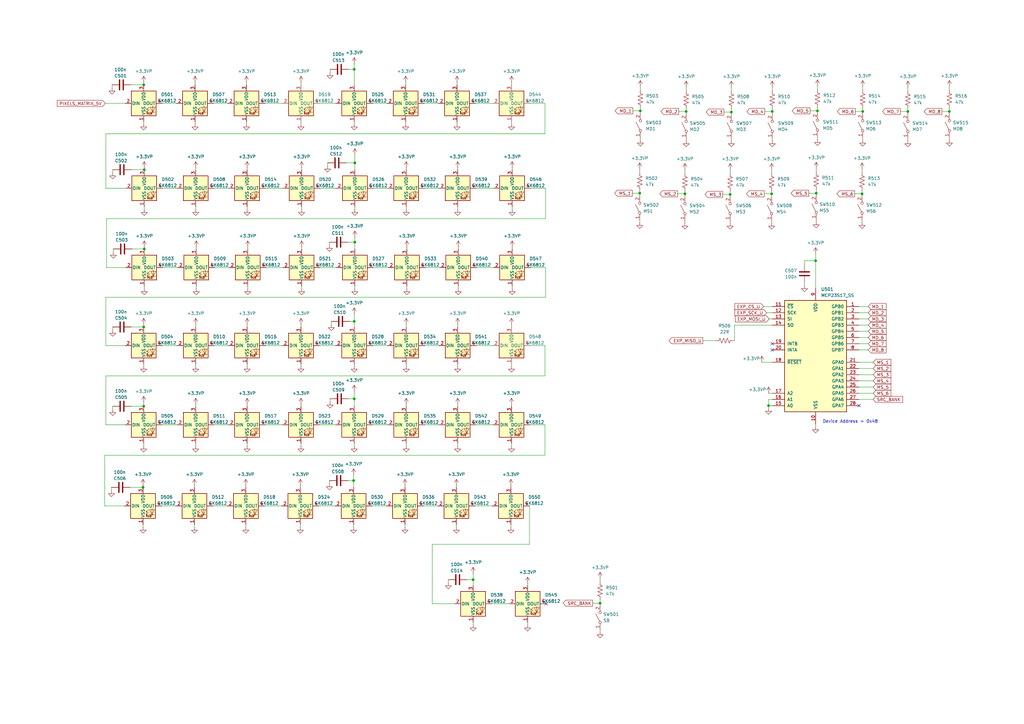
<source format=kicad_sch>
(kicad_sch (version 20231120) (generator "eeschema") (generator_version "8.0")
  (paper "A3")
  (junction (at 145.288 131.826))
  (junction (at 58.928 134.112))
  (junction (at 59.182 69.596))
  (junction (at 299.974 45.974))
  (junction (at 246.126 247.396))
  (junction (at 316.738 45.72))
  (junction (at 145.542 99.314))
  (junction (at 389.382 45.72))
  (junction (at 335.28 45.466))
  (junction (at 353.822 45.72))
  (junction (at 334.772 79.248))
  (junction (at 280.924 79.502))
  (junction (at 316.484 79.502))
  (junction (at 353.568 79.502))
  (junction (at 145.034 197.104))
  (junction (at 299.466 79.756))
  (junction (at 58.928 34.798))
  (junction (at 334.518 106.934))
  (junction (at 145.288 163.576))
  (junction (at 262.382 79.248))
  (junction (at 372.364 45.72))
  (junction (at 281.432 45.72))
  (junction (at 58.674 199.898))
  (junction (at 59.182 102.108))
  (junction (at 58.928 166.624))
  (junction (at 145.288 28.448))
  (junction (at 262.636 45.466))
  (junction (at 145.542 66.802))
  (junction (at 315.214 166.37))
  (junction (at 194.056 237.744))
  (no_connect (at 352.298 166.37))
  (no_connect (at 316.738 143.51))
  (no_connect (at 316.738 140.97))
  (no_connect (at 224.028 247.65))
  (wire (pts (xy 352.298 156.21) (xy 358.14 156.21)))
  (wire (pts (xy 195.326 141.732) (xy 202.184 141.732)))
  (wire (pts (xy 130.81 207.518) (xy 137.414 207.518)))
  (wire (pts (xy 66.802 109.728) (xy 72.898 109.728)))
  (wire (pts (xy 301.244 139.7) (xy 301.244 133.35)))
  (wire (pts (xy 316.738 44.704) (xy 316.738 45.72)))
  (wire (pts (xy 223.774 109.728) (xy 223.774 121.92)))
  (wire (pts (xy 352.298 125.73) (xy 356.108 125.73)))
  (wire (pts (xy 145.034 194.818) (xy 145.034 197.104)))
  (wire (pts (xy 280.924 69.596) (xy 280.924 70.866)))
  (wire (pts (xy 281.432 56.896) (xy 281.432 57.658)))
  (wire (pts (xy 87.884 174.244) (xy 93.726 174.244)))
  (wire (pts (xy 131.064 42.418) (xy 137.668 42.418)))
  (wire (pts (xy 134.366 66.802) (xy 134.366 68.072)))
  (wire (pts (xy 314.452 128.27) (xy 316.738 128.27)))
  (wire (pts (xy 316.738 35.814) (xy 316.738 37.084)))
  (wire (pts (xy 145.034 197.104) (xy 145.034 199.898)))
  (wire (pts (xy 174.244 174.244) (xy 180.086 174.244)))
  (wire (pts (xy 194.056 255.27) (xy 194.056 256.286)))
  (wire (pts (xy 53.34 199.898) (xy 58.674 199.898)))
  (wire (pts (xy 145.542 63.5) (xy 145.542 66.802)))
  (wire (pts (xy 386.334 45.72) (xy 389.382 45.72)))
  (wire (pts (xy 352.298 133.35) (xy 356.108 133.35)))
  (wire (pts (xy 145.288 181.864) (xy 145.288 182.88)))
  (wire (pts (xy 209.804 33.782) (xy 209.804 34.798)))
  (wire (pts (xy 101.346 149.352) (xy 101.346 150.114)))
  (wire (pts (xy 80.518 101.346) (xy 80.518 102.108)))
  (wire (pts (xy 43.434 121.92) (xy 43.434 141.732)))
  (wire (pts (xy 43.688 109.728) (xy 51.562 109.728)))
  (wire (pts (xy 209.55 215.138) (xy 209.55 216.154)))
  (wire (pts (xy 43.18 42.418) (xy 51.308 42.418)))
  (wire (pts (xy 53.594 34.798) (xy 58.928 34.798)))
  (wire (pts (xy 280.924 78.486) (xy 280.924 79.502)))
  (wire (pts (xy 152.654 207.518) (xy 158.496 207.518)))
  (wire (pts (xy 135.89 131.826) (xy 135.89 133.096)))
  (wire (pts (xy 372.364 45.72) (xy 372.364 46.736)))
  (wire (pts (xy 223.52 141.732) (xy 223.52 154.178)))
  (wire (pts (xy 243.078 247.396) (xy 246.126 247.396)))
  (wire (pts (xy 352.298 138.43) (xy 356.108 138.43)))
  (wire (pts (xy 315.214 167.386) (xy 315.214 166.37)))
  (wire (pts (xy 145.542 117.348) (xy 145.542 118.364)))
  (wire (pts (xy 352.298 140.97) (xy 356.108 140.97)))
  (wire (pts (xy 353.568 78.232) (xy 353.568 79.502)))
  (wire (pts (xy 187.198 215.138) (xy 187.198 216.154)))
  (wire (pts (xy 335.28 56.388) (xy 335.28 57.15)))
  (wire (pts (xy 166.624 149.352) (xy 166.624 150.114)))
  (wire (pts (xy 145.542 66.802) (xy 145.542 69.596)))
  (wire (pts (xy 334.518 106.934) (xy 334.518 118.11)))
  (wire (pts (xy 352.298 158.75) (xy 358.14 158.75)))
  (wire (pts (xy 191.516 237.744) (xy 194.056 237.744)))
  (wire (pts (xy 123.444 181.864) (xy 123.444 182.88)))
  (wire (pts (xy 166.624 68.834) (xy 166.624 69.596)))
  (wire (pts (xy 66.548 174.244) (xy 72.644 174.244)))
  (wire (pts (xy 123.444 149.352) (xy 123.444 150.114)))
  (wire (pts (xy 135.128 99.314) (xy 135.128 100.584)))
  (wire (pts (xy 316.738 56.896) (xy 316.738 57.658)))
  (wire (pts (xy 80.264 68.834) (xy 80.264 69.596)))
  (wire (pts (xy 223.52 186.69) (xy 42.926 186.69)))
  (wire (pts (xy 53.848 69.596) (xy 59.182 69.596)))
  (wire (pts (xy 80.264 181.864) (xy 80.264 182.88)))
  (wire (pts (xy 217.424 42.418) (xy 223.52 42.418)))
  (wire (pts (xy 145.288 149.352) (xy 145.288 150.114)))
  (wire (pts (xy 187.452 50.038) (xy 187.452 50.8)))
  (wire (pts (xy 131.064 141.732) (xy 137.668 141.732)))
  (wire (pts (xy 223.52 42.418) (xy 223.52 54.864)))
  (wire (pts (xy 101.346 68.834) (xy 101.346 69.596)))
  (wire (pts (xy 101.346 133.096) (xy 101.346 134.112)))
  (wire (pts (xy 313.436 79.502) (xy 316.484 79.502)))
  (wire (pts (xy 299.974 45.974) (xy 299.974 46.736)))
  (wire (pts (xy 87.884 77.216) (xy 93.726 77.216)))
  (wire (pts (xy 335.28 44.196) (xy 335.28 45.466)))
  (wire (pts (xy 46.228 166.624) (xy 46.228 167.894)))
  (wire (pts (xy 46.228 69.596) (xy 46.228 70.866)))
  (wire (pts (xy 300.99 139.7) (xy 301.244 139.7)))
  (wire (pts (xy 43.434 154.178) (xy 43.434 174.244)))
  (wire (pts (xy 166.878 117.348) (xy 166.878 118.364)))
  (wire (pts (xy 334.772 90.17) (xy 334.772 90.932)))
  (wire (pts (xy 262.636 56.642) (xy 262.636 57.404)))
  (wire (pts (xy 101.346 84.836) (xy 101.346 85.852)))
  (wire (pts (xy 262.382 69.342) (xy 262.382 70.612)))
  (wire (pts (xy 145.542 84.836) (xy 145.542 85.852)))
  (wire (pts (xy 331.724 79.248) (xy 334.772 79.248)))
  (wire (pts (xy 352.298 143.51) (xy 356.108 143.51)))
  (wire (pts (xy 166.624 181.864) (xy 166.624 182.88)))
  (wire (pts (xy 166.624 84.836) (xy 166.624 85.852)))
  (wire (pts (xy 87.63 42.418) (xy 93.472 42.418)))
  (wire (pts (xy 152.908 174.244) (xy 159.004 174.244)))
  (wire (pts (xy 101.092 33.782) (xy 101.092 34.798)))
  (wire (pts (xy 53.848 166.624) (xy 58.928 166.624)))
  (wire (pts (xy 174.498 109.728) (xy 180.34 109.728)))
  (wire (pts (xy 316.484 69.596) (xy 316.484 70.866)))
  (wire (pts (xy 369.316 45.72) (xy 372.364 45.72)))
  (wire (pts (xy 352.298 148.59) (xy 358.14 148.59)))
  (wire (pts (xy 58.928 181.864) (xy 58.928 182.88)))
  (wire (pts (xy 210.058 117.348) (xy 210.058 118.364)))
  (wire (pts (xy 352.298 153.67) (xy 358.14 153.67)))
  (wire (pts (xy 88.138 109.728) (xy 93.98 109.728)))
  (wire (pts (xy 135.382 163.576) (xy 135.382 164.846)))
  (wire (pts (xy 210.058 84.836) (xy 210.058 85.852)))
  (wire (pts (xy 66.802 77.216) (xy 72.644 77.216)))
  (wire (pts (xy 145.542 99.314) (xy 145.542 102.108)))
  (wire (pts (xy 59.182 68.834) (xy 59.182 69.596)))
  (wire (pts (xy 335.28 45.466) (xy 335.28 46.228)))
  (wire (pts (xy 79.756 199.136) (xy 79.756 199.898)))
  (wire (pts (xy 187.198 199.136) (xy 187.198 199.898)))
  (wire (pts (xy 187.96 117.348) (xy 187.96 118.364)))
  (wire (pts (xy 58.674 215.138) (xy 58.674 216.154)))
  (wire (pts (xy 166.624 165.862) (xy 166.624 166.624)))
  (wire (pts (xy 301.244 133.35) (xy 316.738 133.35)))
  (wire (pts (xy 145.288 28.448) (xy 145.288 34.798)))
  (wire (pts (xy 312.42 148.59) (xy 316.738 148.59)))
  (wire (pts (xy 259.588 45.466) (xy 262.636 45.466)))
  (wire (pts (xy 262.382 79.248) (xy 262.382 80.264)))
  (wire (pts (xy 352.298 128.27) (xy 356.108 128.27)))
  (wire (pts (xy 59.182 84.836) (xy 59.182 85.852)))
  (wire (pts (xy 145.034 215.138) (xy 145.034 216.154)))
  (wire (pts (xy 280.924 79.502) (xy 280.924 80.518)))
  (wire (pts (xy 217.17 207.518) (xy 217.17 223.266)))
  (wire (pts (xy 194.056 235.204) (xy 194.056 237.744)))
  (wire (pts (xy 131.318 109.728) (xy 137.922 109.728)))
  (wire (pts (xy 80.264 84.836) (xy 80.264 85.852)))
  (wire (pts (xy 135.128 197.104) (xy 135.128 198.374)))
  (wire (pts (xy 334.772 79.248) (xy 334.772 80.01)))
  (wire (pts (xy 108.966 141.732) (xy 115.824 141.732)))
  (wire (pts (xy 334.518 173.99) (xy 334.518 175.006)))
  (wire (pts (xy 352.298 163.83) (xy 358.14 163.83)))
  (wire (pts (xy 209.804 181.864) (xy 209.804 182.88)))
  (wire (pts (xy 262.636 35.56) (xy 262.636 36.83)))
  (wire (pts (xy 216.408 239.268) (xy 216.408 240.03)))
  (wire (pts (xy 353.568 69.342) (xy 353.568 70.612)))
  (wire (pts (xy 80.01 33.782) (xy 80.01 34.798)))
  (wire (pts (xy 145.288 26.162) (xy 145.288 28.448)))
  (wire (pts (xy 299.974 35.814) (xy 299.974 37.084)))
  (wire (pts (xy 187.706 149.352) (xy 187.706 150.114)))
  (wire (pts (xy 209.804 149.352) (xy 209.804 150.114)))
  (wire (pts (xy 187.452 33.782) (xy 187.452 34.798)))
  (wire (pts (xy 101.6 101.346) (xy 101.6 102.108)))
  (wire (pts (xy 217.678 109.728) (xy 223.774 109.728)))
  (wire (pts (xy 299.466 79.756) (xy 299.466 80.518)))
  (wire (pts (xy 194.818 207.518) (xy 201.93 207.518)))
  (wire (pts (xy 43.434 174.244) (xy 51.308 174.244)))
  (wire (pts (xy 173.99 42.418) (xy 179.832 42.418)))
  (wire (pts (xy 174.244 141.732) (xy 180.086 141.732)))
  (wire (pts (xy 59.182 101.346) (xy 59.182 102.108)))
  (wire (pts (xy 43.434 141.732) (xy 51.308 141.732)))
  (wire (pts (xy 131.064 174.244) (xy 137.668 174.244)))
  (wire (pts (xy 54.102 102.108) (xy 59.182 102.108)))
  (wire (pts (xy 353.568 90.424) (xy 353.568 91.186)))
  (wire (pts (xy 389.382 56.642) (xy 389.382 57.404)))
  (wire (pts (xy 217.424 141.732) (xy 223.52 141.732)))
  (wire (pts (xy 100.838 215.138) (xy 100.838 216.154)))
  (wire (pts (xy 194.056 237.744) (xy 194.056 240.03)))
  (wire (pts (xy 352.298 135.89) (xy 356.108 135.89)))
  (wire (pts (xy 183.896 237.744) (xy 183.896 239.014)))
  (wire (pts (xy 187.96 101.346) (xy 187.96 102.108)))
  (wire (pts (xy 123.698 117.348) (xy 123.698 118.364)))
  (wire (pts (xy 80.264 133.096) (xy 80.264 134.112)))
  (wire (pts (xy 66.548 42.418) (xy 72.39 42.418)))
  (wire (pts (xy 153.162 77.216) (xy 159.004 77.216)))
  (wire (pts (xy 353.568 79.502) (xy 353.568 80.264)))
  (wire (pts (xy 187.706 181.864) (xy 187.706 182.88)))
  (wire (pts (xy 145.288 128.778) (xy 145.288 131.826)))
  (wire (pts (xy 316.484 90.678) (xy 316.484 91.44)))
  (wire (pts (xy 123.698 84.836) (xy 123.698 85.852)))
  (wire (pts (xy 66.548 141.732) (xy 72.644 141.732)))
  (wire (pts (xy 262.636 44.45) (xy 262.636 45.466)))
  (wire (pts (xy 166.37 50.038) (xy 166.37 50.8)))
  (wire (pts (xy 299.466 78.486) (xy 299.466 79.756)))
  (wire (pts (xy 166.878 101.346) (xy 166.878 102.108)))
  (wire (pts (xy 43.434 77.216) (xy 51.562 77.216)))
  (wire (pts (xy 246.126 246.126) (xy 246.126 247.396)))
  (wire (pts (xy 389.382 35.56) (xy 389.382 36.83)))
  (wire (pts (xy 141.986 66.802) (xy 145.542 66.802)))
  (wire (pts (xy 223.52 174.244) (xy 223.52 186.69)))
  (wire (pts (xy 334.772 77.978) (xy 334.772 79.248)))
  (wire (pts (xy 58.928 149.352) (xy 58.928 150.114)))
  (wire (pts (xy 352.298 130.81) (xy 356.108 130.81)))
  (wire (pts (xy 45.72 199.898) (xy 45.72 201.168)))
  (wire (pts (xy 80.264 165.862) (xy 80.264 166.624)))
  (wire (pts (xy 166.116 199.136) (xy 166.116 199.898)))
  (wire (pts (xy 101.6 117.348) (xy 101.6 118.364)))
  (wire (pts (xy 315.214 166.37) (xy 316.738 166.37)))
  (wire (pts (xy 166.116 215.138) (xy 166.116 216.154)))
  (wire (pts (xy 145.542 97.282) (xy 145.542 99.314)))
  (wire (pts (xy 152.908 141.732) (xy 159.004 141.732)))
  (wire (pts (xy 53.848 134.112) (xy 58.928 134.112)))
  (wire (pts (xy 217.678 77.216) (xy 223.774 77.216)))
  (wire (pts (xy 43.434 54.864) (xy 43.434 77.216)))
  (wire (pts (xy 313.69 45.72) (xy 316.738 45.72)))
  (wire (pts (xy 145.288 131.826) (xy 145.288 134.112)))
  (wire (pts (xy 101.092 50.038) (xy 101.092 50.8)))
  (wire (pts (xy 334.772 69.088) (xy 334.772 70.358)))
  (wire (pts (xy 329.946 108.458) (xy 329.946 106.934)))
  (wire (pts (xy 100.838 199.136) (xy 100.838 199.898)))
  (wire (pts (xy 262.382 90.424) (xy 262.382 91.186)))
  (wire (pts (xy 299.466 69.596) (xy 299.466 70.866)))
  (wire (pts (xy 174.244 77.216) (xy 180.086 77.216)))
  (wire (pts (xy 46.228 134.112) (xy 46.228 135.382)))
  (wire (pts (xy 209.804 50.038) (xy 209.804 50.8)))
  (wire (pts (xy 142.748 197.104) (xy 145.034 197.104)))
  (wire (pts (xy 262.382 78.232) (xy 262.382 79.248)))
  (wire (pts (xy 143.51 131.826) (xy 145.288 131.826)))
  (wire (pts (xy 210.058 101.346) (xy 210.058 102.108)))
  (wire (pts (xy 389.382 44.45) (xy 389.382 45.72)))
  (wire (pts (xy 42.926 207.518) (xy 51.054 207.518)))
  (wire (pts (xy 58.928 50.038) (xy 58.928 50.8)))
  (wire (pts (xy 217.17 223.266) (xy 177.292 223.266)))
  (wire (pts (xy 123.444 133.096) (xy 123.444 134.112)))
  (wire (pts (xy 187.706 133.096) (xy 187.706 134.112)))
  (wire (pts (xy 223.774 89.662) (xy 43.688 89.662)))
  (wire (pts (xy 316.738 45.72) (xy 316.738 46.736)))
  (wire (pts (xy 195.326 174.244) (xy 202.184 174.244)))
  (wire (pts (xy 145.288 160.528) (xy 145.288 163.576)))
  (wire (pts (xy 108.712 42.418) (xy 115.824 42.418)))
  (wire (pts (xy 353.822 56.642) (xy 353.822 57.404)))
  (wire (pts (xy 246.126 258.318) (xy 246.126 259.08)))
  (wire (pts (xy 223.774 121.92) (xy 43.434 121.92)))
  (wire (pts (xy 299.974 56.896) (xy 299.974 57.658)))
  (wire (pts (xy 66.294 207.518) (xy 72.136 207.518)))
  (wire (pts (xy 389.382 45.72) (xy 389.382 46.482)))
  (wire (pts (xy 177.292 247.65) (xy 186.436 247.65)))
  (wire (pts (xy 58.928 133.096) (xy 58.928 134.112)))
  (wire (pts (xy 296.418 79.756) (xy 299.466 79.756)))
  (wire (pts (xy 80.01 50.038) (xy 80.01 50.8)))
  (wire (pts (xy 58.928 165.1) (xy 58.928 166.624)))
  (wire (pts (xy 166.37 33.782) (xy 166.37 34.798)))
  (wire (pts (xy 296.926 45.974) (xy 299.974 45.974)))
  (wire (pts (xy 246.126 247.396) (xy 246.126 248.158)))
  (wire (pts (xy 123.698 68.834) (xy 123.698 69.596)))
  (wire (pts (xy 353.822 45.72) (xy 353.822 46.482)))
  (wire (pts (xy 135.382 28.448) (xy 135.382 29.718)))
  (wire (pts (xy 332.232 45.466) (xy 335.28 45.466)))
  (wire (pts (xy 108.966 77.216) (xy 116.078 77.216)))
  (wire (pts (xy 87.376 207.518) (xy 93.218 207.518)))
  (wire (pts (xy 209.55 199.136) (xy 209.55 199.898)))
  (wire (pts (xy 350.52 79.502) (xy 353.568 79.502)))
  (wire (pts (xy 277.876 79.502) (xy 280.924 79.502)))
  (wire (pts (xy 187.706 84.836) (xy 187.706 85.852)))
  (wire (pts (xy 173.736 207.518) (xy 179.578 207.518)))
  (wire (pts (xy 313.182 125.73) (xy 316.738 125.73)))
  (wire (pts (xy 315.468 130.81) (xy 316.738 130.81)))
  (wire (pts (xy 59.182 117.348) (xy 59.182 118.364)))
  (wire (pts (xy 177.292 223.266) (xy 177.292 247.65)))
  (wire (pts (xy 209.804 165.862) (xy 209.804 166.624)))
  (wire (pts (xy 123.444 33.782) (xy 123.444 34.798)))
  (wire (pts (xy 195.58 109.728) (xy 202.438 109.728)))
  (wire (pts (xy 315.214 161.29) (xy 316.738 161.29)))
  (wire (pts (xy 152.908 42.418) (xy 158.75 42.418)))
  (wire (pts (xy 131.318 77.216) (xy 137.922 77.216)))
  (wire (pts (xy 79.756 215.138) (xy 79.756 216.154)))
  (wire (pts (xy 329.946 106.934) (xy 334.518 106.934)))
  (wire (pts (xy 80.518 117.348) (xy 80.518 118.364)))
  (wire (pts (xy 142.748 99.314) (xy 145.542 99.314)))
  (wire (pts (xy 278.384 45.72) (xy 281.432 45.72)))
  (wire (pts (xy 187.706 68.834) (xy 187.706 69.596)))
  (wire (pts (xy 315.214 163.83) (xy 316.738 163.83)))
  (wire (pts (xy 101.346 181.864) (xy 101.346 182.88)))
  (wire (pts (xy 187.706 165.862) (xy 187.706 166.624)))
  (wire (pts (xy 281.432 35.814) (xy 281.432 37.084)))
  (wire (pts (xy 108.458 207.518) (xy 115.57 207.518)))
  (wire (pts (xy 350.774 45.72) (xy 353.822 45.72)))
  (wire (pts (xy 123.698 101.346) (xy 123.698 102.108)))
  (wire (pts (xy 42.926 186.69) (xy 42.926 207.518)))
  (wire (pts (xy 280.924 90.678) (xy 280.924 91.44)))
  (wire (pts (xy 145.288 163.576) (xy 145.288 166.624)))
  (wire (pts (xy 101.346 165.862) (xy 101.346 166.624)))
  (wire (pts (xy 43.688 89.662) (xy 43.688 109.728)))
  (wire (pts (xy 329.946 116.078) (xy 329.946 117.094)))
  (wire (pts (xy 143.002 163.576) (xy 145.288 163.576)))
  (wire (pts (xy 217.424 174.244) (xy 223.52 174.244)))
  (wire (pts (xy 259.334 79.248) (xy 262.382 79.248)))
  (wire (pts (xy 353.822 35.56) (xy 353.822 36.83)))
  (wire (pts (xy 316.484 79.502) (xy 316.484 80.518)))
  (wire (pts (xy 143.002 28.448) (xy 145.288 28.448)))
  (wire (pts (xy 352.298 161.29) (xy 358.14 161.29)))
  (wire (pts (xy 288.29 139.7) (xy 293.37 139.7)))
  (wire (pts (xy 281.432 44.704) (xy 281.432 45.72)))
  (wire (pts (xy 372.364 56.896) (xy 372.364 57.658)))
  (wire (pts (xy 87.884 141.732) (xy 93.726 141.732)))
  (wire (pts (xy 372.364 44.704) (xy 372.364 45.72)))
  (wire (pts (xy 210.058 68.834) (xy 210.058 69.596)))
  (wire (pts (xy 123.19 199.136) (xy 123.19 199.898)))
  (wire (pts (xy 353.822 44.45) (xy 353.822 45.72)))
  (wire (pts (xy 372.364 35.814) (xy 372.364 37.084)))
  (wire (pts (xy 223.774 77.216) (xy 223.774 89.662)))
  (wire (pts (xy 315.214 166.37) (xy 315.214 163.83)))
  (wire (pts (xy 223.52 54.864) (xy 43.434 54.864)))
  (wire (pts (xy 352.298 151.13) (xy 358.14 151.13)))
  (wire (pts (xy 153.162 109.728) (xy 159.258 109.728)))
  (wire (pts (xy 316.484 78.486) (xy 316.484 79.502)))
  (wire (pts (xy 335.28 35.306) (xy 335.28 36.576)))
  (wire (pts (xy 123.444 50.038) (xy 123.444 50.8)))
  (wire (pts (xy 299.974 44.704) (xy 299.974 45.974)))
  (wire (pts (xy 209.804 133.096) (xy 209.804 134.112)))
  (wire (pts (xy 223.52 154.178) (xy 43.434 154.178)))
  (wire (pts (xy 262.636 45.466) (xy 262.636 46.482)))
  (wire (pts (xy 108.966 174.244) (xy 115.824 174.244)))
  (wire (pts (xy 201.676 247.65) (xy 208.788 247.65)))
  (wire (pts (xy 334.518 104.14) (xy 334.518 106.934)))
  (wire (pts (xy 216.408 255.27) (xy 216.408 256.286)))
  (wire (pts (xy 123.444 165.862) (xy 123.444 166.624)))
  (wire (pts (xy 80.264 149.352) (xy 80.264 150.114)))
  (wire (pts (xy 145.288 50.038) (xy 145.288 50.8)))
  (wire (pts (xy 46.482 102.108) (xy 46.482 103.378)))
  (wire (pts (xy 58.674 199.136) (xy 58.674 199.898)))
  (wire (pts (xy 281.432 45.72) (xy 281.432 46.736)))
  (wire (pts (xy 246.126 237.236) (xy 246.126 238.506)))
  (wire (pts (xy 123.19 215.138) (xy 123.19 216.154)))
  (wire (pts (xy 299.466 90.678) (xy 299.466 91.44)))
  (wire (pts (xy 195.072 42.418) (xy 202.184 42.418)))
  (wire (pts (xy 195.326 77.216) (xy 202.438 77.216)))
  (wire (pts (xy 166.624 133.096) (xy 166.624 134.112)))
  (wire (pts (xy 58.928 33.782) (xy 58.928 34.798)))
  (wire (pts (xy 45.974 34.798) (xy 45.974 36.068)))
  (wire (pts (xy 109.22 109.728) (xy 116.078 109.728)))
  (text "Device Address = 0x48" (at 348.742 172.974 0) (effects (font (size 1.27 1.27))))
  (global_label "EXP_MOSI_U" (shape input) (at 315.468 130.81 180) (property "Intersheetrefs" "${INTERSHEET_REFS}" (effects (hide yes))))
  (global_label "MD_8" (shape input) (at 356.108 143.51 0) (property "Intersheetrefs" "${INTERSHEET_REFS}" (effects (hide yes))))
  (global_label "MD_6" (shape input) (at 356.108 138.43 0) (property "Intersheetrefs" "${INTERSHEET_REFS}" (effects (hide yes))))
  (global_label "MS_3" (shape output) (at 296.418 79.756 180) (property "Intersheetrefs" "${INTERSHEET_REFS}" (effects (hide yes))))
  (global_label "MD_7" (shape input) (at 356.108 140.97 0) (property "Intersheetrefs" "${INTERSHEET_REFS}" (effects (hide yes))))
  (global_label "MD_3" (shape input) (at 356.108 130.81 0) (property "Intersheetrefs" "${INTERSHEET_REFS}" (effects (hide yes))))
  (global_label "MD_1" (shape input) (at 356.108 125.73 0) (property "Intersheetrefs" "${INTERSHEET_REFS}" (effects (hide yes))))
  (global_label "MS_2" (shape output) (at 277.876 79.502 180) (property "Intersheetrefs" "${INTERSHEET_REFS}" (effects (hide yes))))
  (global_label "MS_3" (shape input) (at 358.14 153.67 0) (property "Intersheetrefs" "${INTERSHEET_REFS}" (effects (hide yes))))
  (global_label "MS_5" (shape output) (at 331.724 79.248 180) (property "Intersheetrefs" "${INTERSHEET_REFS}" (effects (hide yes))))
  (global_label "PIXELS_MATRIX_5V" (shape input) (at 43.18 42.418 180) (property "Intersheetrefs" "${INTERSHEET_REFS}" (effects (hide yes))))
  (global_label "MD_1" (shape output) (at 259.588 45.466 180) (property "Intersheetrefs" "${INTERSHEET_REFS}" (effects (hide yes))))
  (global_label "MD_5" (shape output) (at 332.232 45.466 180) (property "Intersheetrefs" "${INTERSHEET_REFS}" (effects (hide yes))))
  (global_label "MD_8" (shape output) (at 386.334 45.72 180) (property "Intersheetrefs" "${INTERSHEET_REFS}" (effects (hide yes))))
  (global_label "MS_1" (shape input) (at 358.14 148.59 0) (property "Intersheetrefs" "${INTERSHEET_REFS}" (effects (hide yes))))
  (global_label "MS_6" (shape output) (at 350.52 79.502 180) (property "Intersheetrefs" "${INTERSHEET_REFS}" (effects (hide yes))))
  (global_label "MS_2" (shape input) (at 358.14 151.13 0) (property "Intersheetrefs" "${INTERSHEET_REFS}" (effects (hide yes))))
  (global_label "MD_2" (shape input) (at 356.108 128.27 0) (property "Intersheetrefs" "${INTERSHEET_REFS}" (effects (hide yes))))
  (global_label "MS_4" (shape input) (at 358.14 156.21 0) (property "Intersheetrefs" "${INTERSHEET_REFS}" (effects (hide yes))))
  (global_label "MS_4" (shape output) (at 313.436 79.502 180) (property "Intersheetrefs" "${INTERSHEET_REFS}" (effects (hide yes))))
  (global_label "SRC_BANK" (shape input) (at 358.14 163.83 0) (property "Intersheetrefs" "${INTERSHEET_REFS}" (effects (hide yes))))
  (global_label "MD_4" (shape input) (at 356.108 133.35 0) (property "Intersheetrefs" "${INTERSHEET_REFS}" (effects (hide yes))))
  (global_label "EXP_CS_U" (shape input) (at 313.182 125.73 180) (property "Intersheetrefs" "${INTERSHEET_REFS}" (effects (hide yes))))
  (global_label "MD_4" (shape output) (at 313.69 45.72 180) (property "Intersheetrefs" "${INTERSHEET_REFS}" (effects (hide yes))))
  (global_label "MD_6" (shape output) (at 350.774 45.72 180) (property "Intersheetrefs" "${INTERSHEET_REFS}" (effects (hide yes))))
  (global_label "EXP_SCK_U" (shape input) (at 314.452 128.27 180) (property "Intersheetrefs" "${INTERSHEET_REFS}" (effects (hide yes))))
  (global_label "MD_5" (shape input) (at 356.108 135.89 0) (property "Intersheetrefs" "${INTERSHEET_REFS}" (effects (hide yes))))
  (global_label "MS_1" (shape output) (at 259.334 79.248 180) (property "Intersheetrefs" "${INTERSHEET_REFS}" (effects (hide yes))))
  (global_label "MD_7" (shape output) (at 369.316 45.72 180) (property "Intersheetrefs" "${INTERSHEET_REFS}" (effects (hide yes))))
  (global_label "MS_5" (shape input) (at 358.14 158.75 0) (property "Intersheetrefs" "${INTERSHEET_REFS}" (effects (hide yes))))
  (global_label "EXP_MISO_U" (shape output) (at 288.29 139.7 180) (property "Intersheetrefs" "${INTERSHEET_REFS}" (effects (hide yes))))
  (global_label "MD_3" (shape output) (at 296.926 45.974 180) (property "Intersheetrefs" "${INTERSHEET_REFS}" (effects (hide yes))))
  (global_label "MS_6" (shape input) (at 358.14 161.29 0) (property "Intersheetrefs" "${INTERSHEET_REFS}" (effects (hide yes))))
  (global_label "MD_2" (shape output) (at 278.384 45.72 180) (property "Intersheetrefs" "${INTERSHEET_REFS}" (effects (hide yes))))
  (global_label "SRC_BANK" (shape output) (at 243.078 247.396 180) (property "Intersheetrefs" "${INTERSHEET_REFS}" (effects (hide yes))))
  (symbol (lib_id "LED:SK6812") (at 101.092 42.418 0) (unit 1)
    (property "Reference" "D513" (at 110.744 38.7701 0))
    (property "Value" "SK6812" (at 110.744 41.3101 0))
    (property "Footprint" "LED_SMD:LED_SK6812_PLCC4_5.0x5.0mm_P3.2mm" (effects (hide yes)))
    (property "Datasheet" "https://cdn-shop.adafruit.com/product-files/1138/SK6812+LED+datasheet+.pdf" (effects (hide yes)))
  )
  (symbol (lib_id "power:+5VP") (at 187.706 165.862 0) (unit 1)
    (property "Reference" "#PWR0590" (effects (hide yes)))
    (property "Value" "+3.3VP" (at 187.706 161.29 0))
    (property "Description" "Power symbol creates a global label with name \"+3.3VP\"" (effects (hide yes)))
  )
  (symbol (lib_id "Device:C") (at 139.192 28.448 90) (mirror x) (unit 1)
    (property "Reference" "C513" (at 136.271 24.765 90) (effects (justify right)))
    (property "Value" "100n" (at 136.271 22.225 90) (effects (justify right)))
    (property "Footprint" "Capacitor_SMD:C_0805_2012Metric" (effects (hide yes)))
  )
  (symbol (lib_id "power:GND") (at 145.542 85.852 0) (unit 1)
    (property "Reference" "#PWR0563" (effects (hide yes)))
    (property "Value" "GNDA" (effects (hide yes)))
  )
  (symbol (lib_id "power:GND") (at 280.924 91.44 0) (unit 1)
    (property "Reference" "#PWR0619" (effects (hide yes)))
    (property "Value" "GNDA" (effects (hide yes)))
  )
  (symbol (lib_id "power:GND") (at 58.674 216.154 0) (unit 1)
    (property "Reference" "#PWR0523" (effects (hide yes)))
    (property "Value" "GNDA" (effects (hide yes)))
  )
  (symbol (lib_id "power:+3.3V") (at 315.214 161.29 0) (unit 1)
    (property "Reference" "#PWR0627" (effects (hide yes)))
    (property "Value" "+3.3VP" (at 310.642 159.766 0))
  )
  (symbol (lib_id "power:+5VP") (at 80.264 133.096 0) (unit 1)
    (property "Reference" "#PWR0562" (effects (hide yes)))
    (property "Value" "+3.3VP" (at 80.264 128.524 0))
    (property "Description" "Power symbol creates a global label with name \"+3.3VP\"" (effects (hide yes)))
  )
  (symbol (lib_id "power:GND") (at 262.636 57.404 0) (unit 1)
    (property "Reference" "#PWR0617" (effects (hide yes)))
    (property "Value" "GNDA" (effects (hide yes)))
  )
  (symbol (lib_id "power:GND") (at 101.6 118.364 0) (unit 1)
    (property "Reference" "#PWR0541" (effects (hide yes)))
    (property "Value" "GNDA" (effects (hide yes)))
  )
  (symbol (lib_id "Device:C") (at 49.784 34.798 90) (mirror x) (unit 1)
    (property "Reference" "C501" (at 46.863 31.115 90) (effects (justify right)))
    (property "Value" "100n" (at 46.863 28.575 90) (effects (justify right)))
    (property "Footprint" "Capacitor_SMD:C_0805_2012Metric" (effects (hide yes)))
  )
  (symbol (lib_id "LED:SK6812") (at 80.264 141.732 0) (unit 1)
    (property "Reference" "D510" (at 89.916 138.0841 0))
    (property "Value" "SK6812" (at 89.916 140.6241 0))
    (property "Footprint" "LED_SMD:LED_SK6812_PLCC4_5.0x5.0mm_P3.2mm" (effects (hide yes)))
    (property "Datasheet" "https://cdn-shop.adafruit.com/product-files/1138/SK6812+LED+datasheet+.pdf" (effects (hide yes)))
  )
  (symbol (lib_id "power:GND") (at 209.804 50.8 0) (unit 1)
    (property "Reference" "#PWR0601" (effects (hide yes)))
    (property "Value" "GNDA" (effects (hide yes)))
  )
  (symbol (lib_id "LED:SK6812") (at 123.444 174.244 0) (unit 1)
    (property "Reference" "D523" (at 133.096 170.5961 0))
    (property "Value" "SK6812" (at 133.096 173.1361 0))
    (property "Footprint" "LED_SMD:LED_SK6812_PLCC4_5.0x5.0mm_P3.2mm" (effects (hide yes)))
    (property "Datasheet" "https://cdn-shop.adafruit.com/product-files/1138/SK6812+LED+datasheet+.pdf" (effects (hide yes)))
  )
  (symbol (lib_id "Device:R_US") (at 334.772 74.168 0) (unit 1)
    (property "Reference" "R511" (at 337.058 72.898 0) (effects (justify left)))
    (property "Value" "47k" (at 337.058 75.438 0) (effects (justify left)))
    (property "Footprint" "Resistor_SMD:R_0805_2012Metric" (effects (hide yes)))
  )
  (symbol (lib_id "power:GND") (at 59.182 118.364 0) (unit 1)
    (property "Reference" "#PWR0517" (effects (hide yes)))
    (property "Value" "GNDA" (effects (hide yes)))
  )
  (symbol (lib_id "power:GND") (at 80.01 50.8 0) (unit 1)
    (property "Reference" "#PWR0525" (effects (hide yes)))
    (property "Value" "GNDA" (effects (hide yes)))
  )
  (symbol (lib_id "Device:C") (at 329.946 112.268 0) (unit 1)
    (property "Reference" "C507" (at 326.898 110.998 0) (effects (justify right)))
    (property "Value" "100n" (at 326.898 113.538 0) (effects (justify right)))
    (property "Footprint" "Capacitor_SMD:C_0805_2012Metric" (effects (hide yes)))
  )
  (symbol (lib_id "power:GND") (at 353.568 91.186 0) (unit 1)
    (property "Reference" "#PWR0641" (effects (hide yes)))
    (property "Value" "GNDA" (effects (hide yes)))
  )
  (symbol (lib_id "power:GND") (at 123.444 182.88 0) (unit 1)
    (property "Reference" "#PWR0557" (effects (hide yes)))
    (property "Value" "GNDA" (effects (hide yes)))
  )
  (symbol (lib_id "power:+5VP") (at 187.452 33.782 0) (unit 1)
    (property "Reference" "#PWR0524" (effects (hide yes)))
    (property "Value" "+3.3VP" (at 187.452 29.21 0))
    (property "Description" "Power symbol creates a global label with name \"+3.3VP\"" (effects (hide yes)))
  )
  (symbol (lib_id "Device:R_US") (at 316.484 74.676 0) (unit 1)
    (property "Reference" "R509" (at 318.77 73.406 0) (effects (justify left)))
    (property "Value" "47k" (at 318.77 75.946 0) (effects (justify left)))
    (property "Footprint" "Resistor_SMD:R_0805_2012Metric" (effects (hide yes)))
  )
  (symbol (lib_id "power:GND") (at 209.804 150.114 0) (unit 1)
    (property "Reference" "#PWR0609" (effects (hide yes)))
    (property "Value" "GNDA" (effects (hide yes)))
  )
  (symbol (lib_id "power:GND") (at 334.518 175.006 0) (unit 1)
    (property "Reference" "#PWR0635" (effects (hide yes)))
    (property "Value" "GNDA" (effects (hide yes)))
  )
  (symbol (lib_id "power:GND") (at 123.698 85.852 0) (unit 1)
    (property "Reference" "#PWR0551" (effects (hide yes)))
    (property "Value" "GNDA" (effects (hide yes)))
  )
  (symbol (lib_id "LED:SK6812") (at 187.706 174.244 0) (unit 1)
    (property "Reference" "D542" (at 197.358 170.5961 0))
    (property "Value" "SK6812" (at 197.358 173.1361 0))
    (property "Footprint" "LED_SMD:LED_SK6812_PLCC4_5.0x5.0mm_P3.2mm" (effects (hide yes)))
    (property "Datasheet" "https://cdn-shop.adafruit.com/product-files/1138/SK6812+LED+datasheet+.pdf" (effects (hide yes)))
  )
  (symbol (lib_id "LED:SK6812") (at 58.928 42.418 0) (unit 1)
    (property "Reference" "D501" (at 68.58 38.7701 0))
    (property "Value" "SK6812" (at 68.58 41.3101 0))
    (property "Footprint" "LED_SMD:LED_SK6812_PLCC4_5.0x5.0mm_P3.2mm" (effects (hide yes)))
    (property "Datasheet" "https://cdn-shop.adafruit.com/product-files/1138/SK6812+LED+datasheet+.pdf" (effects (hide yes)))
  )
  (symbol (lib_id "power:+5VP") (at 187.706 133.096 0) (unit 1)
    (property "Reference" "#PWR0572" (effects (hide yes)))
    (property "Value" "+3.3VP" (at 187.706 128.524 0))
    (property "Description" "Power symbol creates a global label with name \"+3.3VP\"" (effects (hide yes)))
  )
  (symbol (lib_id "Switch:SW_SPST") (at 262.636 51.562 90) (unit 1)
    (property "Reference" "SW503" (at 264.795 50.292 90) (effects (justify right)))
    (property "Value" "MD1" (at 264.795 52.832 90) (effects (justify right)))
    (property "Footprint" "Button_Switch_THT:SW_PUSH_6mm" (effects (hide yes)))
  )
  (symbol (lib_id "Switch:SW_SPST") (at 335.28 51.308 90) (unit 1)
    (property "Reference" "SW511" (at 337.439 50.038 90) (effects (justify right)))
    (property "Value" "MD5" (at 337.439 52.578 90) (effects (justify right)))
    (property "Footprint" "Button_Switch_THT:SW_PUSH_6mm" (effects (hide yes)))
  )
  (symbol (lib_id "power:GND") (at 299.974 57.658 0) (unit 1)
    (property "Reference" "#PWR0626" (effects (hide yes)))
    (property "Value" "GNDA" (effects (hide yes)))
  )
  (symbol (lib_id "power:GND") (at 80.264 150.114 0) (unit 1)
    (property "Reference" "#PWR0531" (effects (hide yes)))
    (property "Value" "GNDA" (effects (hide yes)))
  )
  (symbol (lib_id "power:+3.3V") (at 335.28 35.306 0) (unit 1)
    (property "Reference" "#PWR0638" (effects (hide yes)))
    (property "Value" "+3.3VP" (at 335.28 30.861 0))
  )
  (symbol (lib_id "power:+5VP") (at 166.624 68.834 0) (unit 1)
    (property "Reference" "#PWR0538" (effects (hide yes)))
    (property "Value" "+3.3VP" (at 166.624 64.262 0))
    (property "Description" "Power symbol creates a global label with name \"+3.3VP\"" (effects (hide yes)))
  )
  (symbol (lib_id "power:GND") (at 80.264 182.88 0) (unit 1)
    (property "Reference" "#PWR0533" (effects (hide yes)))
    (property "Value" "GNDA" (effects (hide yes)))
  )
  (symbol (lib_id "LED:SK6812") (at 187.96 109.728 0) (unit 1)
    (property "Reference" "D540" (at 197.612 106.0801 0))
    (property "Value" "SK6812" (at 197.612 108.6201 0))
    (property "Footprint" "LED_SMD:LED_SK6812_PLCC4_5.0x5.0mm_P3.2mm" (effects (hide yes)))
    (property "Datasheet" "https://cdn-shop.adafruit.com/product-files/1138/SK6812+LED+datasheet+.pdf" (effects (hide yes)))
  )
  (symbol (lib_id "power:GND") (at 80.518 118.364 0) (unit 1)
    (property "Reference" "#PWR0529" (effects (hide yes)))
    (property "Value" "GNDA" (effects (hide yes)))
  )
  (symbol (lib_id "Device:C") (at 50.038 69.596 90) (mirror x) (unit 1)
    (property "Reference" "C502" (at 47.117 65.913 90) (effects (justify right)))
    (property "Value" "100n" (at 47.117 63.373 90) (effects (justify right)))
    (property "Footprint" "Capacitor_SMD:C_0805_2012Metric" (effects (hide yes)))
  )
  (symbol (lib_id "power:+5VP") (at 123.698 68.834 0) (unit 1)
    (property "Reference" "#PWR0534" (effects (hide yes)))
    (property "Value" "+3.3VP" (at 123.698 64.262 0))
    (property "Description" "Power symbol creates a global label with name \"+3.3VP\"" (effects (hide yes)))
  )
  (symbol (lib_id "power:GND") (at 194.056 256.286 0) (unit 1)
    (property "Reference" "#PWR0589" (effects (hide yes)))
    (property "Value" "GNDA" (effects (hide yes)))
  )
  (symbol (lib_id "LED:SK6812") (at 123.698 77.216 0) (unit 1)
    (property "Reference" "D520" (at 133.35 73.5681 0))
    (property "Value" "SK6812" (at 133.35 76.1081 0))
    (property "Footprint" "LED_SMD:LED_SK6812_PLCC4_5.0x5.0mm_P3.2mm" (effects (hide yes)))
    (property "Datasheet" "https://cdn-shop.adafruit.com/product-files/1138/SK6812+LED+datasheet+.pdf" (effects (hide yes)))
  )
  (symbol (lib_id "power:GND") (at 316.738 57.658 0) (unit 1)
    (property "Reference" "#PWR0632" (effects (hide yes)))
    (property "Value" "GNDA" (effects (hide yes)))
  )
  (symbol (lib_id "power:GND") (at 210.058 118.364 0) (unit 1)
    (property "Reference" "#PWR0607" (effects (hide yes)))
    (property "Value" "GNDA" (effects (hide yes)))
  )
  (symbol (lib_id "power:+5VP") (at 209.804 133.096 0) (unit 1)
    (property "Reference" "#PWR0574" (effects (hide yes)))
    (property "Value" "+3.3VP" (at 209.804 128.524 0))
    (property "Description" "Power symbol creates a global label with name \"+3.3VP\"" (effects (hide yes)))
  )
  (symbol (lib_id "power:+3.3V") (at 353.568 69.342 0) (unit 1)
    (property "Reference" "#PWR0640" (effects (hide yes)))
    (property "Value" "+3.3VP" (at 353.568 64.897 0))
  )
  (symbol (lib_id "Device:C") (at 49.53 199.898 90) (mirror x) (unit 1)
    (property "Reference" "C506" (at 46.609 196.215 90) (effects (justify right)))
    (property "Value" "100n" (at 46.609 193.675 90) (effects (justify right)))
    (property "Footprint" "Capacitor_SMD:C_0805_2012Metric" (effects (hide yes)))
  )
  (symbol (lib_id "Device:C") (at 50.038 166.624 90) (mirror x) (unit 1)
    (property "Reference" "C505" (at 47.117 162.941 90) (effects (justify right)))
    (property "Value" "100n" (at 47.117 160.401 90) (effects (justify right)))
    (property "Footprint" "Capacitor_SMD:C_0805_2012Metric" (effects (hide yes)))
  )
  (symbol (lib_id "power:+5VP") (at 145.542 97.282 0) (unit 1)
    (property "Reference" "#PWR0552" (effects (hide yes)))
    (property "Value" "+3.3VP" (at 145.542 92.71 0))
    (property "Description" "Power symbol creates a global label with name \"+3.3VP\"" (effects (hide yes)))
  )
  (symbol (lib_id "power:+5VP") (at 101.092 33.782 0) (unit 1)
    (property "Reference" "#PWR0516" (effects (hide yes)))
    (property "Value" "+3.3VP" (at 101.092 29.21 0))
    (property "Description" "Power symbol creates a global label with name \"+3.3VP\"" (effects (hide yes)))
  )
  (symbol (lib_id "power:+5VP") (at 59.182 101.346 0) (unit 1)
    (property "Reference" "#PWR0544" (effects (hide yes)))
    (property "Value" "+3.3VP" (at 59.182 96.774 0))
    (property "Description" "Power symbol creates a global label with name \"+3.3VP\"" (effects (hide yes)))
  )
  (symbol (lib_id "power:+3.3V") (at 312.42 148.59 0) (unit 1)
    (property "Reference" "#PWR0624" (effects (hide yes)))
    (property "Value" "+3.3VP" (at 308.102 147.066 0))
  )
  (symbol (lib_id "LED:SK6812") (at 194.056 247.65 0) (unit 1)
    (property "Reference" "D538" (at 203.708 244.0021 0))
    (property "Value" "SK6812" (at 203.708 246.5421 0))
    (property "Footprint" "LED_SMD:LED_SK6812_PLCC4_5.0x5.0mm_P3.2mm" (effects (hide yes)))
    (property "Datasheet" "https://cdn-shop.adafruit.com/product-files/1138/SK6812+LED+datasheet+.pdf" (effects (hide yes)))
  )
  (symbol (lib_id "power:GND") (at 183.896 239.014 0) (unit 1)
    (property "Reference" "#PWR0836" (effects (hide yes)))
    (property "Value" "GNDA" (effects (hide yes)))
  )
  (symbol (lib_id "power:+5VP") (at 123.698 101.346 0) (unit 1)
    (property "Reference" "#PWR0550" (effects (hide yes)))
    (property "Value" "+3.3VP" (at 123.698 96.774 0))
    (property "Description" "Power symbol creates a global label with name \"+3.3VP\"" (effects (hide yes)))
  )
  (symbol (lib_id "LED:SK6812") (at 101.346 77.216 0) (unit 1)
    (property "Reference" "D514" (at 110.998 73.5681 0))
    (property "Value" "SK6812" (at 110.998 76.1081 0))
    (property "Footprint" "LED_SMD:LED_SK6812_PLCC4_5.0x5.0mm_P3.2mm" (effects (hide yes)))
    (property "Datasheet" "https://cdn-shop.adafruit.com/product-files/1138/SK6812+LED+datasheet+.pdf" (effects (hide yes)))
  )
  (symbol (lib_id "power:+5VP") (at 58.674 199.136 0) (unit 1)
    (property "Reference" "#PWR0594" (effects (hide yes)))
    (property "Value" "+3.3VP" (at 58.674 194.564 0))
    (property "Description" "Power symbol creates a global label with name \"+3.3VP\"" (effects (hide yes)))
  )
  (symbol (lib_id "power:+5VP") (at 187.96 101.346 0) (unit 1)
    (property "Reference" "#PWR0556" (effects (hide yes)))
    (property "Value" "+3.3VP" (at 187.96 96.774 0))
    (property "Description" "Power symbol creates a global label with name \"+3.3VP\"" (effects (hide yes)))
  )
  (symbol (lib_id "power:+5VP") (at 101.346 165.862 0) (unit 1)
    (property "Reference" "#PWR0580" (effects (hide yes)))
    (property "Value" "+3.3VP" (at 101.346 161.29 0))
    (property "Description" "Power symbol creates a global label with name \"+3.3VP\"" (effects (hide yes)))
  )
  (symbol (lib_id "power:GND") (at 209.804 182.88 0) (unit 1)
    (property "Reference" "#PWR0611" (effects (hide yes)))
    (property "Value" "GNDA" (effects (hide yes)))
  )
  (symbol (lib_id "Device:C") (at 50.038 134.112 90) (mirror x) (unit 1)
    (property "Reference" "C504" (at 47.117 130.429 90) (effects (justify right)))
    (property "Value" "100n" (at 47.117 127.889 90) (effects (justify right)))
    (property "Footprint" "Capacitor_SMD:C_0805_2012Metric" (effects (hide yes)))
  )
  (symbol (lib_id "power:+5VP") (at 209.55 199.136 0) (unit 1)
    (property "Reference" "#PWR0608" (effects (hide yes)))
    (property "Value" "+3.3VP" (at 209.55 194.564 0))
    (property "Description" "Power symbol creates a global label with name \"+3.3VP\"" (effects (hide yes)))
  )
  (symbol (lib_id "power:+5VP") (at 216.408 239.268 0) (unit 1)
    (property "Reference" "#PWR0612" (effects (hide yes)))
    (property "Value" "+3.3VP" (at 216.408 234.696 0))
    (property "Description" "Power symbol creates a global label with name \"+3.3VP\"" (effects (hide yes)))
  )
  (symbol (lib_id "power:GND") (at 210.058 85.852 0) (unit 1)
    (property "Reference" "#PWR0605" (effects (hide yes)))
    (property "Value" "GNDA" (effects (hide yes)))
  )
  (symbol (lib_id "power:+5VP") (at 80.01 33.782 0) (unit 1)
    (property "Reference" "#PWR0514" (effects (hide yes)))
    (property "Value" "+3.3VP" (at 80.01 29.21 0))
    (property "Description" "Power symbol creates a global label with name \"+3.3VP\"" (effects (hide yes)))
  )
  (symbol (lib_id "power:GND") (at 145.288 50.8 0) (unit 1)
    (property "Reference" "#PWR0561" (effects (hide yes)))
    (property "Value" "GNDA" (effects (hide yes)))
  )
  (symbol (lib_id "LED:SK6812") (at 101.6 109.728 0) (unit 1)
    (property "Reference" "D515" (at 111.252 106.0801 0))
    (property "Value" "SK6812" (at 111.252 108.6201 0))
    (property "Footprint" "LED_SMD:LED_SK6812_PLCC4_5.0x5.0mm_P3.2mm" (effects (hide yes)))
    (property "Datasheet" "https://cdn-shop.adafruit.com/product-files/1138/SK6812+LED+datasheet+.pdf" (effects (hide yes)))
  )
  (symbol (lib_id "power:GND") (at 316.484 91.44 0) (unit 1)
    (property "Reference" "#PWR0630" (effects (hide yes)))
    (property "Value" "GNDA" (effects (hide yes)))
  )
  (symbol (lib_id "power:+5VP") (at 194.056 235.204 0) (unit 1)
    (property "Reference" "#PWR0610" (effects (hide yes)))
    (property "Value" "+3.3VP" (at 194.056 230.632 0))
    (property "Description" "Power symbol creates a global label with name \"+3.3VP\"" (effects (hide yes)))
  )
  (symbol (lib_id "Device:C") (at 138.938 197.104 90) (mirror x) (unit 1)
    (property "Reference" "C508" (at 136.017 193.421 90) (effects (justify right)))
    (property "Value" "100n" (at 136.017 190.881 90) (effects (justify right)))
    (property "Footprint" "Capacitor_SMD:C_0805_2012Metric" (effects (hide yes)))
  )
  (symbol (lib_id "Device:R_US") (at 299.466 74.676 0) (unit 1)
    (property "Reference" "R507" (at 301.752 73.406 0) (effects (justify left)))
    (property "Value" "47k" (at 301.752 75.946 0) (effects (justify left)))
    (property "Footprint" "Resistor_SMD:R_0805_2012Metric" (effects (hide yes)))
  )
  (symbol (lib_id "LED:SK6812") (at 216.408 247.65 0) (unit 1)
    (property "Reference" "D545" (at 226.06 244.0021 0))
    (property "Value" "SK6812" (at 226.06 246.5421 0))
    (property "Footprint" "LED_SMD:LED_SK6812_PLCC4_5.0x5.0mm_P3.2mm" (effects (hide yes)))
    (property "Datasheet" "https://cdn-shop.adafruit.com/product-files/1138/SK6812+LED+datasheet+.pdf" (effects (hide yes)))
  )
  (symbol (lib_id "LED:SK6812") (at 187.706 141.732 0) (unit 1)
    (property "Reference" "D541" (at 197.358 138.0841 0))
    (property "Value" "SK6812" (at 197.358 140.6241 0))
    (property "Footprint" "LED_SMD:LED_SK6812_PLCC4_5.0x5.0mm_P3.2mm" (effects (hide yes)))
    (property "Datasheet" "https://cdn-shop.adafruit.com/product-files/1138/SK6812+LED+datasheet+.pdf" (effects (hide yes)))
  )
  (symbol (lib_id "power:GND") (at 101.346 150.114 0) (unit 1)
    (property "Reference" "#PWR0543" (effects (hide yes)))
    (property "Value" "GNDA" (effects (hide yes)))
  )
  (symbol (lib_id "power:+3.3V") (at 299.974 35.814 0) (unit 1)
    (property "Reference" "#PWR0625" (effects (hide yes)))
    (property "Value" "+3.3VP" (at 299.974 31.369 0))
  )
  (symbol (lib_id "power:GND") (at 145.288 150.114 0) (unit 1)
    (property "Reference" "#PWR0567" (effects (hide yes)))
    (property "Value" "GNDA" (effects (hide yes)))
  )
  (symbol (lib_id "power:GND") (at 123.444 150.114 0) (unit 1)
    (property "Reference" "#PWR0555" (effects (hide yes)))
    (property "Value" "GNDA" (effects (hide yes)))
  )
  (symbol (lib_id "power:GND") (at 145.542 118.364 0) (unit 1)
    (property "Reference" "#PWR0565" (effects (hide yes)))
    (property "Value" "GNDA" (effects (hide yes)))
  )
  (symbol (lib_id "power:+5VP") (at 58.928 33.782 0) (unit 1)
    (property "Reference" "#PWR0512" (effects (hide yes)))
    (property "Value" "+3.3VP" (at 58.928 29.21 0))
    (property "Description" "Power symbol creates a global label with name \"+3.3VP\"" (effects (hide yes)))
  )
  (symbol (lib_id "LED:SK6812") (at 101.346 141.732 0) (unit 1)
    (property "Reference" "D516" (at 110.998 138.0841 0))
    (property "Value" "SK6812" (at 110.998 140.6241 0))
    (property "Footprint" "LED_SMD:LED_SK6812_PLCC4_5.0x5.0mm_P3.2mm" (effects (hide yes)))
    (property "Datasheet" "https://cdn-shop.adafruit.com/product-files/1138/SK6812+LED+datasheet+.pdf" (effects (hide yes)))
  )
  (symbol (lib_id "power:GND") (at 145.288 182.88 0) (unit 1)
    (property "Reference" "#PWR0569" (effects (hide yes)))
    (property "Value" "GNDA" (effects (hide yes)))
  )
  (symbol (lib_id "Device:R_US") (at 299.974 40.894 0) (unit 1)
    (property "Reference" "R508" (at 302.26 39.624 0) (effects (justify left)))
    (property "Value" "47k" (at 302.26 42.164 0) (effects (justify left)))
    (property "Footprint" "Resistor_SMD:R_0805_2012Metric" (effects (hide yes)))
  )
  (symbol (lib_id "power:+5VP") (at 123.444 133.096 0) (unit 1)
    (property "Reference" "#PWR0566" (effects (hide yes)))
    (property "Value" "+3.3VP" (at 123.444 128.524 0))
    (property "Description" "Power symbol creates a global label with name \"+3.3VP\"" (effects (hide yes)))
  )
  (symbol (lib_id "LED:SK6812") (at 145.288 141.732 0) (unit 1)
    (property "Reference" "D528" (at 154.94 138.0841 0))
    (property "Value" "SK6812" (at 154.94 140.6241 0))
    (property "Footprint" "LED_SMD:LED_SK6812_PLCC4_5.0x5.0mm_P3.2mm" (effects (hide yes)))
    (property "Datasheet" "https://cdn-shop.adafruit.com/product-files/1138/SK6812+LED+datasheet+.pdf" (effects (hide yes)))
  )
  (symbol (lib_id "power:GND") (at 46.482 103.378 0) (unit 1)
    (property "Reference" "#PWR0508" (effects (hide yes)))
    (property "Value" "GNDA" (effects (hide yes)))
  )
  (symbol (lib_id "power:+5VP") (at 58.928 133.096 0) (unit 1)
    (property "Reference" "#PWR0560" (effects (hide yes)))
    (property "Value" "+3.3VP" (at 58.928 128.524 0))
    (property "Description" "Power symbol creates a global label with name \"+3.3VP\"" (effects (hide yes)))
  )
  (symbol (lib_id "Device:R_US") (at 316.738 40.894 0) (unit 1)
    (property "Reference" "R510" (at 319.024 39.624 0) (effects (justify left)))
    (property "Value" "47k" (at 319.024 42.164 0) (effects (justify left)))
    (property "Footprint" "Resistor_SMD:R_0805_2012Metric" (effects (hide yes)))
  )
  (symbol (lib_id "power:GND") (at 315.214 167.386 0) (unit 1)
    (property "Reference" "#PWR0628" (effects (hide yes)))
    (property "Value" "GNDA" (effects (hide yes)))
  )
  (symbol (lib_id "power:+5VP") (at 145.288 128.778 0) (unit 1)
    (property "Reference" "#PWR0568" (effects (hide yes)))
    (property "Value" "+3.3VP" (at 145.288 124.206 0))
    (property "Description" "Power symbol creates a global label with name \"+3.3VP\"" (effects (hide yes)))
  )
  (symbol (lib_id "Switch:SW_SPST") (at 299.974 51.816 90) (unit 1)
    (property "Reference" "SW507" (at 301.879 50.546 90) (effects (justify right)))
    (property "Value" "MD3" (at 301.879 53.086 90) (effects (justify right)))
    (property "Footprint" "Button_Switch_THT:SW_PUSH_6mm" (effects (hide yes)))
  )
  (symbol (lib_id "power:GND") (at 100.838 216.154 0) (unit 1)
    (property "Reference" "#PWR0547" (effects (hide yes)))
    (property "Value" "GNDA" (effects (hide yes)))
  )
  (symbol (lib_id "power:+5VP") (at 166.116 199.136 0) (unit 1)
    (property "Reference" "#PWR0604" (effects (hide yes)))
    (property "Value" "+3.3VP" (at 166.116 194.564 0))
    (property "Description" "Power symbol creates a global label with name \"+3.3VP\"" (effects (hide yes)))
  )
  (symbol (lib_id "power:+3.3V") (at 353.822 35.56 0) (unit 1)
    (property "Reference" "#PWR0642" (effects (hide yes)))
    (property "Value" "+3.3VP" (at 353.822 31.115 0))
  )
  (symbol (lib_id "power:GND") (at 58.928 182.88 0) (unit 1)
    (property "Reference" "#PWR0521" (effects (hide yes)))
    (property "Value" "GNDA" (effects (hide yes)))
  )
  (symbol (lib_id "LED:SK6812") (at 145.542 77.216 0) (unit 1)
    (property "Reference" "D526" (at 155.194 73.5681 0))
    (property "Value" "SK6812" (at 155.194 76.1081 0))
    (property "Footprint" "LED_SMD:LED_SK6812_PLCC4_5.0x5.0mm_P3.2mm" (effects (hide yes)))
    (property "Datasheet" "https://cdn-shop.adafruit.com/product-files/1138/SK6812+LED+datasheet+.pdf" (effects (hide yes)))
  )
  (symbol (lib_id "power:GND") (at 46.228 70.866 0) (unit 1)
    (property "Reference" "#PWR0507" (effects (hide yes)))
    (property "Value" "GNDA" (effects (hide yes)))
  )
  (symbol (lib_id "power:+5VP") (at 101.346 68.834 0) (unit 1)
    (property "Reference" "#PWR0532" (effects (hide yes)))
    (property "Value" "+3.3VP" (at 101.346 64.262 0))
    (property "Description" "Power symbol creates a global label with name \"+3.3VP\"" (effects (hide yes)))
  )
  (symbol (lib_id "power:+5VP") (at 101.346 133.096 0) (unit 1)
    (property "Reference" "#PWR0564" (effects (hide yes)))
    (property "Value" "+3.3VP" (at 101.346 128.524 0))
    (property "Description" "Power symbol creates a global label with name \"+3.3VP\"" (effects (hide yes)))
  )
  (symbol (lib_id "LED:SK6812") (at 209.804 174.244 0) (unit 1)
    (property "Reference" "D549" (at 219.456 170.5961 0))
    (property "Value" "SK6812" (at 219.456 173.1361 0))
    (property "Footprint" "LED_SMD:LED_SK6812_PLCC4_5.0x5.0mm_P3.2mm" (effects (hide yes)))
    (property "Datasheet" "https://cdn-shop.adafruit.com/product-files/1138/SK6812+LED+datasheet+.pdf" (effects (hide yes)))
  )
  (symbol (lib_id "LED:SK6812") (at 209.804 141.732 0) (unit 1)
    (property "Reference" "D548" (at 219.456 138.0841 0))
    (property "Value" "SK6812" (at 219.456 140.6241 0))
    (property "Footprint" "LED_SMD:LED_SK6812_PLCC4_5.0x5.0mm_P3.2mm" (effects (hide yes)))
    (property "Datasheet" "https://cdn-shop.adafruit.com/product-files/1138/SK6812+LED+datasheet+.pdf" (effects (hide yes)))
  )
  (symbol (lib_id "power:GND") (at 246.126 259.08 0) (unit 1)
    (property "Reference" "#PWR0585" (effects (hide yes)))
    (property "Value" "GNDA" (effects (hide yes)))
  )
  (symbol (lib_id "power:GND") (at 101.346 182.88 0) (unit 1)
    (property "Reference" "#PWR0545" (effects (hide yes)))
    (property "Value" "GNDA" (effects (hide yes)))
  )
  (symbol (lib_id "LED:SK6812") (at 166.624 77.216 0) (unit 1)
    (property "Reference" "D532" (at 176.276 73.5681 0))
    (property "Value" "SK6812" (at 176.276 76.1081 0))
    (property "Footprint" "LED_SMD:LED_SK6812_PLCC4_5.0x5.0mm_P3.2mm" (effects (hide yes)))
    (property "Datasheet" "https://cdn-shop.adafruit.com/product-files/1138/SK6812+LED+datasheet+.pdf" (effects (hide yes)))
  )
  (symbol (lib_id "power:GND") (at 166.878 118.364 0) (unit 1)
    (property "Reference" "#PWR0577" (effects (hide yes)))
    (property "Value" "GNDA" (effects (hide yes)))
  )
  (symbol (lib_id "power:GND") (at 59.182 85.852 0) (unit 1)
    (property "Reference" "#PWR0515" (effects (hide yes)))
    (property "Value" "GNDA" (effects (hide yes)))
  )
  (symbol (lib_id "LED:SK6812") (at 123.698 109.728 0) (unit 1)
    (property "Reference" "D521" (at 133.35 106.0801 0))
    (property "Value" "SK6812" (at 133.35 108.6201 0))
    (property "Footprint" "LED_SMD:LED_SK6812_PLCC4_5.0x5.0mm_P3.2mm" (effects (hide yes)))
    (property "Datasheet" "https://cdn-shop.adafruit.com/product-files/1138/SK6812+LED+datasheet+.pdf" (effects (hide yes)))
  )
  (symbol (lib_id "power:+5VP") (at 80.264 68.834 0) (unit 1)
    (property "Reference" "#PWR0530" (effects (hide yes)))
    (property "Value" "+3.3VP" (at 80.264 64.262 0))
    (property "Description" "Power symbol creates a global label with name \"+3.3VP\"" (effects (hide yes)))
  )
  (symbol (lib_id "power:GND") (at 123.444 50.8 0) (unit 1)
    (property "Reference" "#PWR0549" (effects (hide yes)))
    (property "Value" "GNDA" (effects (hide yes)))
  )
  (symbol (lib_id "Device:C") (at 138.176 66.802 90) (mirror x) (unit 1)
    (property "Reference" "C512" (at 135.255 63.119 90) (effects (justify right)))
    (property "Value" "100n" (at 135.255 60.579 90) (effects (justify right)))
    (property "Footprint" "Capacitor_SMD:C_0805_2012Metric" (effects (hide yes)))
  )
  (symbol (lib_id "power:+5VP") (at 210.058 68.834 0) (unit 1)
    (property "Reference" "#PWR0542" (effects (hide yes)))
    (property "Value" "+3.3VP" (at 210.058 64.262 0))
    (property "Description" "Power symbol creates a global label with name \"+3.3VP\"" (effects (hide yes)))
  )
  (symbol (lib_id "power:GND") (at 123.19 216.154 0) (unit 1)
    (property "Reference" "#PWR0559" (effects (hide yes)))
    (property "Value" "GNDA" (effects (hide yes)))
  )
  (symbol (lib_id "Switch:SW_SPST") (at 334.772 85.09 90) (unit 1)
    (property "Reference" "SW510" (at 336.042 83.82 90) (effects (justify right)))
    (property "Value" "MS5" (at 336.042 86.36 90) (effects (justify right)))
    (property "Footprint" "Button_Switch_THT:SW_PUSH_6mm" (effects (hide yes)))
  )
  (symbol (lib_id "power:+5VP") (at 187.198 199.136 0) (unit 1)
    (property "Reference" "#PWR0606" (effects (hide yes)))
    (property "Value" "+3.3VP" (at 187.198 194.564 0))
    (property "Description" "Power symbol creates a global label with name \"+3.3VP\"" (effects (hide yes)))
  )
  (symbol (lib_id "power:GND") (at 262.382 91.186 0) (unit 1)
    (property "Reference" "#PWR0615" (effects (hide yes)))
    (property "Value" "GNDA" (effects (hide yes)))
  )
  (symbol (lib_id "Switch:SW_SPST") (at 372.364 51.816 90) (unit 1)
    (property "Reference" "SW514" (at 374.142 50.546 90) (effects (justify right)))
    (property "Value" "MD7" (at 374.142 53.086 90) (effects (justify right)))
    (property "Footprint" "Button_Switch_THT:SW_PUSH_6mm" (effects (hide yes)))
  )
  (symbol (lib_id "LED:SK6812") (at 80.518 109.728 0) (unit 1)
    (property "Reference" "D509" (at 90.17 106.0801 0))
    (property "Value" "SK6812" (at 90.17 108.6201 0))
    (property "Footprint" "LED_SMD:LED_SK6812_PLCC4_5.0x5.0mm_P3.2mm" (effects (hide yes)))
    (property "Datasheet" "https://cdn-shop.adafruit.com/product-files/1138/SK6812+LED+datasheet+.pdf" (effects (hide yes)))
  )
  (symbol (lib_id "power:GND") (at 101.346 85.852 0) (unit 1)
    (property "Reference" "#PWR0539" (effects (hide yes)))
    (property "Value" "GNDA" (effects (hide yes)))
  )
  (symbol (lib_id "power:+5VP") (at 123.444 33.782 0) (unit 1)
    (property "Reference" "#PWR0518" (effects (hide yes)))
    (property "Value" "+3.3VP" (at 123.444 29.21 0))
    (property "Description" "Power symbol creates a global label with name \"+3.3VP\"" (effects (hide yes)))
  )
  (symbol (lib_id "power:GND") (at 353.822 57.404 0) (unit 1)
    (property "Reference" "#PWR0643" (effects (hide yes)))
    (property "Value" "GNDA" (effects (hide yes)))
  )
  (symbol (lib_id "power:+5VP") (at 59.182 68.834 0) (unit 1)
    (property "Reference" "#PWR0528" (effects (hide yes)))
    (property "Value" "+3.3VP" (at 59.182 64.262 0))
    (property "Description" "Power symbol creates a global label with name \"+3.3VP\"" (effects (hide yes)))
  )
  (symbol (lib_id "LED:SK6812") (at 145.542 109.728 0) (unit 1)
    (property "Reference" "D527" (at 155.194 106.0801 0))
    (property "Value" "SK6812" (at 155.194 108.6201 0))
    (property "Footprint" "LED_SMD:LED_SK6812_PLCC4_5.0x5.0mm_P3.2mm" (effects (hide yes)))
    (property "Datasheet" "https://cdn-shop.adafruit.com/product-files/1138/SK6812+LED+datasheet+.pdf" (effects (hide yes)))
  )
  (symbol (lib_id "LED:SK6812") (at 123.444 141.732 0) (unit 1)
    (property "Reference" "D522" (at 133.096 138.0841 0))
    (property "Value" "SK6812" (at 133.096 140.6241 0))
    (property "Footprint" "LED_SMD:LED_SK6812_PLCC4_5.0x5.0mm_P3.2mm" (effects (hide yes)))
    (property "Datasheet" "https://cdn-shop.adafruit.com/product-files/1138/SK6812+LED+datasheet+.pdf" (effects (hide yes)))
  )
  (symbol (lib_id "power:+5VP") (at 145.034 194.818 0) (unit 1)
    (property "Reference" "#PWR0602" (effects (hide yes)))
    (property "Value" "+3.3VP" (at 145.034 190.246 0))
    (property "Description" "Power symbol creates a global label with name \"+3.3VP\"" (effects (hide yes)))
  )
  (symbol (lib_id "Device:R_US") (at 280.924 74.676 0) (unit 1)
    (property "Reference" "R504" (at 283.21 73.406 0) (effects (justify left)))
    (property "Value" "47k" (at 283.21 75.946 0) (effects (justify left)))
    (property "Footprint" "Resistor_SMD:R_0805_2012Metric" (effects (hide yes)))
  )
  (symbol (lib_id "LED:SK6812") (at 187.706 77.216 0) (unit 1)
    (property "Reference" "D539" (at 197.358 73.5681 0))
    (property "Value" "SK6812" (at 197.358 76.1081 0))
    (property "Footprint" "LED_SMD:LED_SK6812_PLCC4_5.0x5.0mm_P3.2mm" (effects (hide yes)))
    (property "Datasheet" "https://cdn-shop.adafruit.com/product-files/1138/SK6812+LED+datasheet+.pdf" (effects (hide yes)))
  )
  (symbol (lib_id "Switch:SW_SPST") (at 299.466 85.598 90) (unit 1)
    (property "Reference" "SW506" (at 301.752 84.328 90) (effects (justify right)))
    (property "Value" "MS3" (at 301.752 86.868 90) (effects (justify right)))
    (property "Footprint" "Button_Switch_THT:SW_PUSH_6mm" (effects (hide yes)))
  )
  (symbol (lib_id "power:GND") (at 209.55 216.154 0) (unit 1)
    (property "Reference" "#PWR0613" (effects (hide yes)))
    (property "Value" "GNDA" (effects (hide yes)))
  )
  (symbol (lib_id "power:GND") (at 134.366 68.072 0) (unit 1)
    (property "Reference" "#PWR0834" (effects (hide yes)))
    (property "Value" "GNDA" (effects (hide yes)))
  )
  (symbol (lib_id "power:+5VP") (at 187.706 68.834 0) (unit 1)
    (property "Reference" "#PWR0540" (effects (hide yes)))
    (property "Value" "+3.3VP" (at 187.706 64.262 0))
    (property "Description" "Power symbol creates a global label with name \"+3.3VP\"" (effects (hide yes)))
  )
  (symbol (lib_id "power:GND") (at 166.624 150.114 0) (unit 1)
    (property "Reference" "#PWR0579" (effects (hide yes)))
    (property "Value" "GNDA" (effects (hide yes)))
  )
  (symbol (lib_id "Switch:SW_SPST") (at 316.484 85.598 90) (unit 1)
    (property "Reference" "SW508" (at 318.389 84.328 90) (effects (justify right)))
    (property "Value" "MS4" (at 318.389 86.868 90) (effects (justify right)))
    (property "Footprint" "Button_Switch_THT:SW_PUSH_6mm" (effects (hide yes)))
  )
  (symbol (lib_id "Device:C") (at 50.292 102.108 90) (mirror x) (unit 1)
    (property "Reference" "C503" (at 47.371 98.425 90) (effects (justify right)))
    (property "Value" "100n" (at 47.371 95.885 90) (effects (justify right)))
    (property "Footprint" "Capacitor_SMD:C_0805_2012Metric" (effects (hide yes)))
  )
  (symbol (lib_id "Switch:SW_SPST") (at 353.822 51.562 90) (unit 1)
    (property "Reference" "SW513" (at 355.092 50.292 90) (effects (justify right)))
    (property "Value" "MD6" (at 355.092 52.832 90) (effects (justify right)))
    (property "Footprint" "Button_Switch_THT:SW_PUSH_6mm" (effects (hide yes)))
  )
  (symbol (lib_id "power:GND") (at 281.432 57.658 0) (unit 1)
    (property "Reference" "#PWR0621" (effects (hide yes)))
    (property "Value" "GNDA" (effects (hide yes)))
  )
  (symbol (lib_id "LED:SK6812") (at 166.624 141.732 0) (unit 1)
    (property "Reference" "D534" (at 176.276 138.0841 0))
    (property "Value" "SK6812" (at 176.276 140.6241 0))
    (property "Footprint" "LED_SMD:LED_SK6812_PLCC4_5.0x5.0mm_P3.2mm" (effects (hide yes)))
    (property "Datasheet" "https://cdn-shop.adafruit.com/product-files/1138/SK6812+LED+datasheet+.pdf" (effects (hide yes)))
  )
  (symbol (lib_id "power:+5VP") (at 80.264 165.862 0) (unit 1)
    (property "Reference" "#PWR0578" (effects (hide yes)))
    (property "Value" "+3.3VP" (at 80.264 161.29 0))
    (property "Description" "Power symbol creates a global label with name \"+3.3VP\"" (effects (hide yes)))
  )
  (symbol (lib_id "Switch:SW_SPST") (at 281.432 51.816 90) (unit 1)
    (property "Reference" "SW505" (at 282.829 50.546 90) (effects (justify right)))
    (property "Value" "MD2" (at 282.829 53.086 90) (effects (justify right)))
    (property "Footprint" "Button_Switch_THT:SW_PUSH_6mm" (effects (hide yes)))
  )
  (symbol (lib_id "Switch:SW_SPST") (at 246.126 253.238 90) (unit 1)
    (property "Reference" "SW501" (at 247.396 251.9679 90) (effects (justify right)))
    (property "Value" "SB" (at 247.396 254.5079 90) (effects (justify right)))
    (property "Footprint" "Button_Switch_THT:SW_PUSH_6mm" (effects (hide yes)))
  )
  (symbol (lib_id "power:+5VP") (at 100.838 199.136 0) (unit 1)
    (property "Reference" "#PWR0598" (effects (hide yes)))
    (property "Value" "+3.3VP" (at 100.838 194.564 0))
    (property "Description" "Power symbol creates a global label with name \"+3.3VP\"" (effects (hide yes)))
  )
  (symbol (lib_id "power:+3.3V") (at 280.924 69.596 0) (unit 1)
    (property "Reference" "#PWR0618" (effects (hide yes)))
    (property "Value" "+3.3VP" (at 280.924 65.151 0))
  )
  (symbol (lib_id "power:+3.3V") (at 334.772 69.088 0) (unit 1)
    (property "Reference" "#PWR0636" (effects (hide yes)))
    (property "Value" "+3.3VP" (at 334.772 64.643 0))
  )
  (symbol (lib_id "power:GND") (at 299.466 91.44 0) (unit 1)
    (property "Reference" "#PWR0623" (effects (hide yes)))
    (property "Value" "GNDA" (effects (hide yes)))
  )
  (symbol (lib_id "power:+5VP") (at 166.878 101.346 0) (unit 1)
    (property "Reference" "#PWR0554" (effects (hide yes)))
    (property "Value" "+3.3VP" (at 166.878 96.774 0))
    (property "Description" "Power symbol creates a global label with name \"+3.3VP\"" (effects (hide yes)))
  )
  (symbol (lib_id "LED:SK6812") (at 80.01 42.418 0) (unit 1)
    (property "Reference" "D507" (at 89.662 38.7701 0))
    (property "Value" "SK6812" (at 89.662 41.3101 0))
    (property "Footprint" "LED_SMD:LED_SK6812_PLCC4_5.0x5.0mm_P3.2mm" (effects (hide yes)))
    (property "Datasheet" "https://cdn-shop.adafruit.com/product-files/1138/SK6812+LED+datasheet+.pdf" (effects (hide yes)))
  )
  (symbol (lib_id "Device:R_US") (at 281.432 40.894 0) (unit 1)
    (property "Reference" "R505" (at 283.718 39.624 0) (effects (justify left)))
    (property "Value" "47k" (at 283.718 42.164 0) (effects (justify left)))
    (property "Footprint" "Resistor_SMD:R_0805_2012Metric" (effects (hide yes)))
  )
  (symbol (lib_id "LED:SK6812") (at 59.182 109.728 0) (unit 1)
    (property "Reference" "D503" (at 68.834 106.0801 0))
    (property "Value" "SK6812" (at 68.834 108.6201 0))
    (property "Footprint" "LED_SMD:LED_SK6812_PLCC4_5.0x5.0mm_P3.2mm" (effects (hide yes)))
    (property "Datasheet" "https://cdn-shop.adafruit.com/product-files/1138/SK6812+LED+datasheet+.pdf" (effects (hide yes)))
  )
  (symbol (lib_id "power:+3.3V") (at 316.484 69.596 0) (unit 1)
    (property "Reference" "#PWR0629" (effects (hide yes)))
    (property "Value" "+3.3VP" (at 316.484 65.151 0))
  )
  (symbol (lib_id "power:+3.3V") (at 372.364 35.814 0) (unit 1)
    (property "Reference" "#PWR0644" (effects (hide yes)))
    (property "Value" "+3.3VP" (at 372.364 31.369 0))
  )
  (symbol (lib_id "power:+5VP") (at 209.804 33.782 0) (unit 1)
    (property "Reference" "#PWR0526" (effects (hide yes)))
    (property "Value" "+3.3VP" (at 209.804 29.21 0))
    (property "Description" "Power symbol creates a global label with name \"+3.3VP\"" (effects (hide yes)))
  )
  (symbol (lib_id "power:GND") (at 166.624 182.88 0) (unit 1)
    (property "Reference" "#PWR0581" (effects (hide yes)))
    (property "Value" "GNDA" (effects (hide yes)))
  )
  (symbol (lib_id "LED:SK6812") (at 101.346 174.244 0) (unit 1)
    (property "Reference" "D517" (at 110.998 170.5961 0))
    (property "Value" "SK6812" (at 110.998 173.1361 0))
    (property "Footprint" "LED_SMD:LED_SK6812_PLCC4_5.0x5.0mm_P3.2mm" (effects (hide yes)))
    (property "Datasheet" "https://cdn-shop.adafruit.com/product-files/1138/SK6812+LED+datasheet+.pdf" (effects (hide yes)))
  )
  (symbol (lib_id "power:GND") (at 101.092 50.8 0) (unit 1)
    (property "Reference" "#PWR0537" (effects (hide yes)))
    (property "Value" "GNDA" (effects (hide yes)))
  )
  (symbol (lib_id "Interface_Expansion:MCP23S17_SS") (at 334.518 146.05 0) (unit 1)
    (property "Reference" "U501" (at 336.7121 118.618 0) (effects (justify left)))
    (property "Value" "MCP23S17_SS" (at 336.7121 121.158 0) (effects (justify left)))
    (property "Footprint" "Package_SO:SSOP-28_5.3x10.2mm_P0.65mm" (effects (hide yes)))
    (property "Datasheet" "http://ww1.microchip.com/downloads/en/DeviceDoc/20001952C.pdf" (effects (hide yes)))
  )
  (symbol (lib_id "power:+3.3V") (at 262.382 69.342 0) (unit 1)
    (property "Reference" "#PWR0614" (effects (hide yes)))
    (property "Value" "+3.3VP" (at 262.382 64.897 0))
  )
  (symbol (lib_id "power:GND") (at 58.928 150.114 0) (unit 1)
    (property "Reference" "#PWR0519" (effects (hide yes)))
    (property "Value" "GNDA" (effects (hide yes)))
  )
  (symbol (lib_id "power:GND") (at 79.756 216.154 0) (unit 1)
    (property "Reference" "#PWR0535" (effects (hide yes)))
    (property "Value" "GNDA" (effects (hide yes)))
  )
  (symbol (lib_id "Device:R_US") (at 297.18 139.7 90) (unit 1)
    (property "Reference" "R506" (at 297.18 133.604 90))
    (property "Value" "22R" (at 297.18 136.144 90))
    (property "Footprint" "Resistor_SMD:R_0805_2012Metric" (effects (hide yes)))
  )
  (symbol (lib_id "LED:SK6812") (at 80.264 77.216 0) (unit 1)
    (property "Reference" "D508" (at 89.916 73.5681 0))
    (property "Value" "SK6812" (at 89.916 76.1081 0))
    (property "Footprint" "LED_SMD:LED_SK6812_PLCC4_5.0x5.0mm_P3.2mm" (effects (hide yes)))
    (property "Datasheet" "https://cdn-shop.adafruit.com/product-files/1138/SK6812+LED+datasheet+.pdf" (effects (hide yes)))
  )
  (symbol (lib_id "power:+3.3V") (at 262.636 35.56 0) (unit 1)
    (property "Reference" "#PWR0616" (effects (hide yes)))
    (property "Value" "+3.3VP" (at 262.636 31.115 0))
  )
  (symbol (lib_id "Device:R_US") (at 353.822 40.64 0) (unit 1)
    (property "Reference" "R514" (at 356.108 39.37 0) (effects (justify left)))
    (property "Value" "47k" (at 356.108 41.91 0) (effects (justify left)))
    (property "Footprint" "Resistor_SMD:R_0805_2012Metric" (effects (hide yes)))
  )
  (symbol (lib_id "LED:SK6812") (at 145.288 42.418 0) (unit 1)
    (property "Reference" "D525" (at 154.94 38.7701 0))
    (property "Value" "SK6812" (at 154.94 41.3101 0))
    (property "Footprint" "LED_SMD:LED_SK6812_PLCC4_5.0x5.0mm_P3.2mm" (effects (hide yes)))
    (property "Datasheet" "https://cdn-shop.adafruit.com/product-files/1138/SK6812+LED+datasheet+.pdf" (effects (hide yes)))
  )
  (symbol (lib_id "power:GND") (at 46.228 135.382 0) (unit 1)
    (property "Reference" "#PWR0509" (effects (hide yes)))
    (property "Value" "GNDA" (effects (hide yes)))
  )
  (symbol (lib_id "power:GND") (at 187.706 182.88 0) (unit 1)
    (property "Reference" "#PWR0597" (effects (hide yes)))
    (property "Value" "GNDA" (effects (hide yes)))
  )
  (symbol (lib_id "Device:R_US") (at 262.382 74.422 0) (unit 1)
    (property "Reference" "R502" (at 264.668 73.152 0) (effects (justify left)))
    (property "Value" "47k" (at 264.668 75.692 0) (effects (justify left)))
    (property "Footprint" "Resistor_SMD:R_0805_2012Metric" (effects (hide yes)))
  )
  (symbol (lib_id "LED:SK6812") (at 166.878 109.728 0) (unit 1)
    (property "Reference" "D533" (at 176.53 106.0801 0))
    (property "Value" "SK6812" (at 176.53 108.6201 0))
    (property "Footprint" "LED_SMD:LED_SK6812_PLCC4_5.0x5.0mm_P3.2mm" (effects (hide yes)))
    (property "Datasheet" "https://cdn-shop.adafruit.com/product-files/1138/SK6812+LED+datasheet+.pdf" (effects (hide yes)))
  )
  (symbol (lib_id "LED:SK6812") (at 58.928 141.732 0) (unit 1)
    (property "Reference" "D504" (at 68.58 138.0841 0))
    (property "Value" "SK6812" (at 68.58 140.6241 0))
    (property "Footprint" "LED_SMD:LED_SK6812_PLCC4_5.0x5.0mm_P3.2mm" (effects (hide yes)))
    (property "Datasheet" "https://cdn-shop.adafruit.com/product-files/1138/SK6812+LED+datasheet+.pdf" (effects (hide yes)))
  )
  (symbol (lib_id "LED:SK6812") (at 210.058 77.216 0) (unit 1)
    (property "Reference" "D546" (at 219.71 73.5681 0))
    (property "Value" "SK6812" (at 219.71 76.1081 0))
    (property "Footprint" "LED_SMD:LED_SK6812_PLCC4_5.0x5.0mm_P3.2mm" (effects (hide yes)))
    (property "Datasheet" "https://cdn-shop.adafruit.com/product-files/1138/SK6812+LED+datasheet+.pdf" (effects (hide yes)))
  )
  (symbol (lib_id "power:GND") (at 166.116 216.154 0) (unit 1)
    (property "Reference" "#PWR0583" (effects (hide yes)))
    (property "Value" "GNDA" (effects (hide yes)))
  )
  (symbol (lib_id "power:GND") (at 329.946 117.094 0) (unit 1)
    (property "Reference" "#PWR0633" (effects (hide yes)))
    (property "Value" "GNDA" (effects (hide yes)))
  )
  (symbol (lib_id "Switch:SW_SPST") (at 353.568 85.344 90) (unit 1)
    (property "Reference" "SW512" (at 355.219 84.074 90) (effects (justify right)))
    (property "Value" "MS6" (at 355.219 86.614 90) (effects (justify right)))
    (property "Footprint" "Button_Switch_THT:SW_PUSH_6mm" (effects (hide yes)))
  )
  (symbol (lib_id "power:GND") (at 187.706 85.852 0) (unit 1)
    (property "Reference" "#PWR0591" (effects (hide yes)))
    (property "Value" "GNDA" (effects (hide yes)))
  )
  (symbol (lib_id "power:GND") (at 135.382 164.846 0) (unit 1)
    (property "Reference" "#PWR0831" (effects (hide yes)))
    (property "Value" "GNDA" (effects (hide yes)))
  )
  (symbol (lib_id "power:+5VP") (at 123.444 165.862 0) (unit 1)
    (property "Reference" "#PWR0582" (effects (hide yes)))
    (property "Value" "+3.3VP" (at 123.444 161.29 0))
    (property "Description" "Power symbol creates a global label with name \"+3.3VP\"" (effects (hide yes)))
  )
  (symbol (lib_id "power:GND") (at 187.198 216.154 0) (unit 1)
    (property "Reference" "#PWR0599" (effects (hide yes)))
    (property "Value" "GNDA" (effects (hide yes)))
  )
  (symbol (lib_id "LED:SK6812") (at 100.838 207.518 0) (unit 1)
    (property "Reference" "D518" (at 110.49 203.8701 0))
    (property "Value" "SK6812" (at 110.49 206.4101 0))
    (property "Footprint" "LED_SMD:LED_SK6812_PLCC4_5.0x5.0mm_P3.2mm" (effects (hide yes)))
    (property "Datasheet" "https://cdn-shop.adafruit.com/product-files/1138/SK6812+LED+datasheet+.pdf" (effects (hide yes)))
  )
  (symbol (lib_id "power:GND") (at 135.89 133.096 0) (unit 1)
    (property "Reference" "#PWR0832" (effects (hide yes)))
    (property "Value" "GNDA" (effects (hide yes)))
  )
  (symbol (lib_id "LED:SK6812") (at 79.756 207.518 0) (unit 1)
    (property "Reference" "D512" (at 89.408 203.8701 0))
    (property "Value" "SK6812" (at 89.408 206.4101 0))
    (property "Footprint" "LED_SMD:LED_SK6812_PLCC4_5.0x5.0mm_P3.2mm" (effects (hide yes)))
    (property "Datasheet" "https://cdn-shop.adafruit.com/product-files/1138/SK6812+LED+datasheet+.pdf" (effects (hide yes)))
  )
  (symbol (lib_id "LED:SK6812") (at 123.19 207.518 0) (unit 1)
    (property "Reference" "D524" (at 132.842 203.8701 0))
    (property "Value" "SK6812" (at 132.842 206.4101 0))
    (property "Footprint" "LED_SMD:LED_SK6812_PLCC4_5.0x5.0mm_P3.2mm" (effects (hide yes)))
    (property "Datasheet" "https://cdn-shop.adafruit.com/product-files/1138/SK6812+LED+datasheet+.pdf" (effects (hide yes)))
  )
  (symbol (lib_id "Device:R_US") (at 246.126 242.316 0) (unit 1)
    (property "Reference" "R501" (at 248.412 241.046 0) (effects (justify left)))
    (property "Value" "47k" (at 248.412 243.586 0) (effects (justify left)))
    (property "Footprint" "Resistor_SMD:R_0805_2012Metric" (effects (hide yes)))
  )
  (symbol (lib_id "power:GND") (at 80.264 85.852 0) (unit 1)
    (property "Reference" "#PWR0527" (effects (hide yes)))
    (property "Value" "GNDA" (effects (hide yes)))
  )
  (symbol (lib_id "LED:SK6812") (at 210.058 109.728 0) (unit 1)
    (property "Reference" "D547" (at 219.71 106.0801 0))
    (property "Value" "SK6812" (at 219.71 108.6201 0))
    (property "Footprint" "LED_SMD:LED_SK6812_PLCC4_5.0x5.0mm_P3.2mm" (effects (hide yes)))
    (property "Datasheet" "https://cdn-shop.adafruit.com/product-files/1138/SK6812+LED+datasheet+.pdf" (effects (hide yes)))
  )
  (symbol (lib_id "Device:R_US") (at 262.636 40.64 0) (unit 1)
    (property "Reference" "R503" (at 264.922 39.37 0) (effects (justify left)))
    (property "Value" "47k" (at 264.922 41.91 0) (effects (justify left)))
    (property "Footprint" "Resistor_SMD:R_0805_2012Metric" (effects (hide yes)))
  )
  (symbol (lib_id "power:+5VP") (at 145.542 63.5 0) (unit 1)
    (property "Reference" "#PWR0536" (effects (hide yes)))
    (property "Value" "+3.3VP" (at 145.542 58.928 0))
    (property "Description" "Power symbol creates a global label with name \"+3.3VP\"" (effects (hide yes)))
  )
  (symbol (lib_id "power:+5VP") (at 210.058 101.346 0) (unit 1)
    (property "Reference" "#PWR0558" (effects (hide yes)))
    (property "Value" "+3.3VP" (at 210.058 96.774 0))
    (property "Description" "Power symbol creates a global label with name \"+3.3VP\"" (effects (hide yes)))
  )
  (symbol (lib_id "power:GND") (at 45.72 201.168 0) (unit 1)
    (property "Reference" "#PWR0511" (effects (hide yes)))
    (property "Value" "GNDA" (effects (hide yes)))
  )
  (symbol (lib_id "Device:R_US") (at 372.364 40.894 0) (unit 1)
    (property "Reference" "R515" (at 374.65 39.624 0) (effects (justify left)))
    (property "Value" "47k" (at 374.65 42.164 0) (effects (justify left)))
    (property "Footprint" "Resistor_SMD:R_0805_2012Metric" (effects (hide yes)))
  )
  (symbol (lib_id "Switch:SW_SPST") (at 316.738 51.816 90) (unit 1)
    (property "Reference" "SW509" (at 319.024 50.546 90) (effects (justify right)))
    (property "Value" "MD4" (at 319.024 53.086 90) (effects (justify right)))
    (property "Footprint" "Button_Switch_THT:SW_PUSH_6mm" (effects (hide yes)))
  )
  (symbol (lib_id "Switch:SW_SPST") (at 262.382 85.344 90) (unit 1)
    (property "Reference" "SW502" (at 263.779 84.074 90) (effects (justify right)))
    (property "Value" "MS1" (at 263.779 86.614 90) (effects (justify right)))
    (property "Footprint" "Button_Switch_THT:SW_PUSH_6mm" (effects (hide yes)))
  )
  (symbol (lib_id "power:+5VP") (at 123.19 199.136 0) (unit 1)
    (property "Reference" "#PWR0600" (effects (hide yes)))
    (property "Value" "+3.3VP" (at 123.19 194.564 0))
    (property "Description" "Power symbol creates a global label with name \"+3.3VP\"" (effects (hide yes)))
  )
  (symbol (lib_id "power:+5VP") (at 166.37 33.782 0) (unit 1)
    (property "Reference" "#PWR0522" (effects (hide yes)))
    (property "Value" "+3.3VP" (at 166.37 29.21 0))
    (property "Description" "Power symbol creates a global label with name \"+3.3VP\"" (effects (hide yes)))
  )
  (symbol (lib_id "power:+5VP") (at 58.928 165.1 0) (unit 1)
    (property "Reference" "#PWR0576" (effects (hide yes)))
    (property "Value" "+3.3VP" (at 58.928 160.528 0))
    (property "Description" "Power symbol creates a global label with name \"+3.3VP\"" (effects (hide yes)))
  )
  (symbol (lib_id "power:+3.3V") (at 389.382 35.56 0) (unit 1)
    (property "Reference" "#PWR0646" (effects (hide yes)))
    (property "Value" "+3.3VP" (at 389.382 31.115 0))
  )
  (symbol (lib_id "power:GND") (at 166.624 85.852 0) (unit 1)
    (property "Reference" "#PWR0575" (effects (hide yes)))
    (property "Value" "GNDA" (effects (hide yes)))
  )
  (symbol (lib_id "power:+3.3V") (at 316.738 35.814 0) (unit 1)
    (property "Reference" "#PWR0631" (effects (hide yes)))
    (property "Value" "+3.3VP" (at 316.738 31.369 0))
  )
  (symbol (lib_id "Device:C") (at 139.192 163.576 90) (mirror x) (unit 1)
    (property "Reference" "C509" (at 136.271 159.893 90) (effects (justify right)))
    (property "Value" "100n" (at 136.271 157.353 90) (effects (justify right)))
    (property "Footprint" "Capacitor_SMD:C_0805_2012Metric" (effects (hide yes)))
  )
  (symbol (lib_id "LED:SK6812") (at 187.198 207.518 0) (unit 1)
    (property "Reference" "D543" (at 196.85 203.8701 0))
    (property "Value" "SK6812" (at 196.85 206.4101 0))
    (property "Footprint" "LED_SMD:LED_SK6812_PLCC4_5.0x5.0mm_P3.2mm" (effects (hide yes)))
    (property "Datasheet" "https://cdn-shop.adafruit.com/product-files/1138/SK6812+LED+datasheet+.pdf" (effects (hide yes)))
  )
  (symbol (lib_id "LED:SK6812") (at 145.288 174.244 0) (unit 1)
    (property "Reference" "D529" (at 154.94 170.5961 0))
    (property "Value" "SK6812" (at 154.94 173.1361 0))
    (property "Footprint" "LED_SMD:LED_SK6812_PLCC4_5.0x5.0mm_P3.2mm" (effects (hide yes)))
    (property "Datasheet" "https://cdn-shop.adafruit.com/product-files/1138/SK6812+LED+datasheet+.pdf" (effects (hide yes)))
  )
  (symbol (lib_id "power:+5VP") (at 145.288 26.162 0) (unit 1)
    (property "Reference" "#PWR0520" (effects (hide yes)))
    (property "Value" "+3.3VP" (at 145.288 21.59 0))
    (property "Description" "Power symbol creates a global label with name \"+3.3VP\"" (effects (hide yes)))
  )
  (symbol (lib_id "power:+3.3V") (at 334.518 104.14 0) (unit 1)
    (property "Reference" "#PWR0634" (effects (hide yes)))
    (property "Value" "+3.3VP" (at 334.518 99.568 0))
  )
  (symbol (lib_id "power:+5VP") (at 79.756 199.136 0) (unit 1)
    (property "Reference" "#PWR0596" (effects (hide yes)))
    (property "Value" "+3.3VP" (at 79.756 194.564 0))
    (property "Description" "Power symbol creates a global label with name \"+3.3VP\"" (effects (hide yes)))
  )
  (symbol (lib_id "power:+5VP") (at 80.518 101.346 0) (unit 1)
    (property "Reference" "#PWR0546" (effects (hide yes)))
    (property "Value" "+3.3VP" (at 80.518 96.774 0))
    (property "Description" "Power symbol creates a global label with name \"+3.3VP\"" (effects (hide yes)))
  )
  (symbol (lib_id "Switch:SW_SPST") (at 389.382 51.562 90) (unit 1)
    (property "Reference" "SW515" (at 390.779 50.292 90) (effects (justify right)))
    (property "Value" "MD8" (at 390.779 52.832 90) (effects (justify right)))
    (property "Footprint" "Button_Switch_THT:SW_PUSH_6mm" (effects (hide yes)))
  )
  (symbol (lib_id "power:GND") (at 187.452 50.8 0) (unit 1)
    (property "Reference" "#PWR0587" (effects (hide yes)))
    (property "Value" "GNDA" (effects (hide yes)))
  )
  (symbol (lib_id "power:GND") (at 58.928 50.8 0) (unit 1)
    (property "Reference" "#PWR0513" (effects (hide yes)))
    (property "Value" "GNDA" (effects (hide yes)))
  )
  (symbol (lib_id "power:+5VP") (at 166.624 165.862 0) (unit 1)
    (property "Reference" "#PWR0588" (effects (hide yes)))
    (property "Value" "+3.3VP" (at 166.624 161.29 0))
    (property "Description" "Power symbol creates a global label with name \"+3.3VP\"" (effects (hide yes)))
  )
  (symbol (lib_id "power:GND") (at 335.28 57.15 0) (unit 1)
    (property "Reference" "#PWR0639" (effects (hide yes)))
    (property "Value" "GNDA" (effects (hide yes)))
  )
  (symbol (lib_id "Device:C") (at 187.706 237.744 90) (mirror x) (unit 1)
    (property "Reference" "C514" (at 184.785 234.061 90) (effects (justify right)))
    (property "Value" "100n" (at 184.785 231.521 90) (effects (justify right)))
    (property "Footprint" "Capacitor_SMD:C_0805_2012Metric" (effects (hide yes)))
  )
  (symbol (lib_id "power:GND") (at 46.228 167.894 0) (unit 1)
    (property "Reference" "#PWR0510" (effects (hide yes)))
    (property "Value" "GNDA" (effects (hide yes)))
  )
  (symbol (lib_id "Device:R_US") (at 335.28 40.386 0) (unit 1)
    (property "Reference" "R512" (at 337.566 39.116 0) (effects (justify left)))
    (property "Value" "47k" (at 337.566 41.656 0) (effects (justify left)))
    (property "Footprint" "Resistor_SMD:R_0805_2012Metric" (effects (hide yes)))
  )
  (symbol (lib_id "power:GND") (at 135.128 198.374 0) (unit 1)
    (property "Reference" "#PWR0830" (effects (hide yes)))
    (property "Value" "GNDA" (effects (hide yes)))
  )
  (symbol (lib_id "Switch:SW_SPST") (at 280.924 85.598 90) (unit 1)
    (property "Reference" "SW504" (at 282.702 84.328 90) (effects (justify right)))
    (property "Value" "MS2" (at 282.702 86.868 90) (effects (justify right)))
    (property "Footprint" "Button_Switch_THT:SW_PUSH_6mm" (effects (hide yes)))
  )
  (symbol (lib_id "Device:R_US") (at 389.382 40.64 0) (unit 1)
    (property "Reference" "R516" (at 391.668 39.37 0) (effects (justify left)))
    (property "Value" "47k" (at 391.668 41.91 0) (effects (justify left)))
    (property "Footprint" "Resistor_SMD:R_0805_2012Metric" (effects (hide yes)))
  )
  (symbol (lib_id "LED:SK6812") (at 80.264 174.244 0) (unit 1)
    (property "Reference" "D511" (at 89.916 170.5961 0))
    (property "Value" "SK6812" (at 89.916 173.1361 0))
    (property "Footprint" "LED_SMD:LED_SK6812_PLCC4_5.0x5.0mm_P3.2mm" (effects (hide yes)))
    (property "Datasheet" "https://cdn-shop.adafruit.com/product-files/1138/SK6812+LED+datasheet+.pdf" (effects (hide yes)))
  )
  (symbol (lib_id "power:+5VP") (at 145.288 160.528 0) (unit 1)
    (property "Reference" "#PWR0586" (effects (hide yes)))
    (property "Value" "+3.3VP" (at 145.288 155.956 0))
    (property "Description" "Power symbol creates a global label with name \"+3.3VP\"" (effects (hide yes)))
  )
  (symbol (lib_id "Device:C") (at 139.7 131.826 90) (mirror x) (unit 1)
    (property "Reference" "C510" (at 136.779 128.143 90) (effects (justify right)))
    (property "Value" "100n" (at 136.779 125.603 90) (effects (justify right)))
    (property "Footprint" "Capacitor_SMD:C_0805_2012Metric" (effects (hide yes)))
  )
  (symbol (lib_id "power:GND") (at 145.034 216.154 0) (unit 1)
    (property "Reference" "#PWR0571" (effects (hide yes)))
    (property "Value" "GNDA" (effects (hide yes)))
  )
  (symbol (lib_id "LED:SK6812") (at 166.37 42.418 0) (unit 1)
    (property "Reference" "D531" (at 176.022 38.7701 0))
    (property "Value" "SK6812" (at 176.022 41.3101 0))
    (property "Footprint" "LED_SMD:LED_SK6812_PLCC4_5.0x5.0mm_P3.2mm" (effects (hide yes)))
    (property "Datasheet" "https://cdn-shop.adafruit.com/product-files/1138/SK6812+LED+datasheet+.pdf" (effects (hide yes)))
  )
  (symbol (lib_id "power:GND") (at 123.698 118.364 0) (unit 1)
    (property "Reference" "#PWR0553" (effects (hide yes)))
    (property "Value" "GNDA" (effects (hide yes)))
  )
  (symbol (lib_id "LED:SK6812") (at 209.55 207.518 0) (unit 1)
    (property "Reference" "D550" (at 219.202 203.8701 0))
    (property "Value" "SK6812" (at 219.202 206.4101 0))
    (property "Footprint" "LED_SMD:LED_SK6812_PLCC4_5.0x5.0mm_P3.2mm" (effects (hide yes)))
    (property "Datasheet" "https://cdn-shop.adafruit.com/product-files/1138/SK6812+LED+datasheet+.pdf" (effects (hide yes)))
  )
  (symbol (lib_id "power:GND") (at 135.128 100.584 0) (unit 1)
    (property "Reference" "#PWR0833" (effects (hide yes)))
    (property "Value" "GNDA" (effects (hide yes)))
  )
  (symbol (lib_id "power:GND") (at 45.974 36.068 0) (unit 1)
    (property "Reference" "#PWR0506" (effects (hide yes)))
    (property "Value" "GNDA" (effects (hide yes)))
  )
  (symbol (lib_id "LED:SK6812") (at 166.624 174.244 0) (unit 1)
    (property "Reference" "D535" (at 176.276 170.5961 0))
    (property "Value" "SK6812" (at 176.276 173.1361 0))
    (property "Footprint" "LED_SMD:LED_SK6812_PLCC4_5.0x5.0mm_P3.2mm" (effects (hide yes)))
    (property "Datasheet" "https://cdn-shop.adafruit.com/product-files/1138/SK6812+LED+datasheet+.pdf" (effects (hide yes)))
  )
  (symbol (lib_id "LED:SK6812") (at 59.182 77.216 0) (unit 1)
    (property "Reference" "D502" (at 68.834 73.5681 0))
    (property "Value" "SK6812" (at 68.834 76.1081 0))
    (property "Footprint" "LED_SMD:LED_SK6812_PLCC4_5.0x5.0mm_P3.2mm" (effects (hide yes)))
    (property "Datasheet" "https://cdn-shop.adafruit.com/product-files/1138/SK6812+LED+datasheet+.pdf" (effects (hide yes)))
  )
  (symbol (lib_id "power:+5VP") (at 166.624 133.096 0) (unit 1)
    (property "Reference" "#PWR0570" (effects (hide yes)))
    (property "Value" "+3.3VP" (at 166.624 128.524 0))
    (property "Description" "Power symbol creates a global label with name \"+3.3VP\"" (effects (hide yes)))
  )
  (symbol (lib_id "LED:SK6812") (at 145.034 207.518 0) (unit 1)
    (property "Reference" "D530" (at 154.686 203.8701 0))
    (property "Value" "SK6812" (at 154.686 206.4101 0))
    (property "Footprint" "LED_SMD:LED_SK6812_PLCC4_5.0x5.0mm_P3.2mm" (effects (hide yes)))
    (property "Datasheet" "https://cdn-shop.adafruit.com/product-files/1138/SK6812+LED+datasheet+.pdf" (effects (hide yes)))
  )
  (symbol (lib_id "LED:SK6812") (at 166.116 207.518 0) (unit 1)
    (property "Reference" "D536" (at 175.768 203.8701 0))
    (property "Value" "SK6812" (at 175.768 206.4101 0))
    (property "Footprint" "LED_SMD:LED_SK6812_PLCC4_5.0x5.0mm_P3.2mm" (effects (hide yes)))
    (property "Datasheet" "https://cdn-shop.adafruit.com/product-files/1138/SK6812+LED+datasheet+.pdf" (effects (hide yes)))
  )
  (symbol (lib_id "Device:C") (at 138.938 99.314 90) (mirror x) (unit 1)
    (property "Reference" "C511" (at 136.017 95.631 90) (effects (justify right)))
    (property "Value" "100n" (at 136.017 93.091 90) (effects (justify right)))
    (property "Footprint" "Capacitor_SMD:C_0805_2012Metric" (effects (hide yes)))
  )
  (symbol (lib_id "power:+3.3V") (at 246.126 237.236 0) (unit 1)
    (property "Reference" "#PWR0584" (effects (hide yes)))
    (property "Value" "+3.3VP" (at 246.126 232.791 0))
  )
  (symbol (lib_id "Device:R_US") (at 353.568 74.422 0) (unit 1)
    (property "Reference" "R513" (at 355.854 73.152 0) (effects (justify left)))
    (property "Value" "47k" (at 355.854 75.692 0) (effects (justify left)))
    (property "Footprint" "Resistor_SMD:R_0805_2012Metric" (effects (hide yes)))
  )
  (symbol (lib_id "power:GND") (at 334.772 90.932 0) (unit 1)
    (property "Reference" "#PWR0637" (effects (hide yes)))
    (property "Value" "GNDA" (effects (hide yes)))
  )
  (symbol (lib_id "power:GND") (at 187.96 118.364 0) (unit 1)
    (property "Reference" "#PWR0593" (effects (hide yes)))
    (property "Value" "GNDA" (effects (hide yes)))
  )
  (symbol (lib_id "power:GND") (at 135.382 29.718 0) (unit 1)
    (property "Reference" "#PWR0835" (effects (hide yes)))
    (property "Value" "GNDA" (effects (hide yes)))
  )
  (symbol (lib_id "LED:SK6812") (at 58.674 207.518 0) (unit 1)
    (property "Reference" "D506" (at 68.326 203.8701 0))
    (property "Value" "SK6812" (at 68.326 206.4101 0))
    (property "Footprint" "LED_SMD:LED_SK6812_PLCC4_5.0x5.0mm_P3.2mm" (effects (hide yes)))
    (property "Datasheet" "https://cdn-shop.adafruit.com/product-files/1138/SK6812+LED+datasheet+.pdf" (effects (hide yes)))
  )
  (symbol (lib_id "LED:SK6812") (at 123.444 42.418 0) (unit 1)
    (property "Reference" "D519" (at 133.096 38.7701 0))
    (property "Value" "SK6812" (at 133.096 41.3101 0))
    (property "Footprint" "LED_SMD:LED_SK6812_PLCC4_5.0x5.0mm_P3.2mm" (effects (hide yes)))
    (property "Datasheet" "https://cdn-shop.adafruit.com/product-files/1138/SK6812+LED+datasheet+.pdf" (effects (hide yes)))
  )
  (symbol (lib_id "power:GND") (at 389.382 57.404 0) (unit 1)
    (property "Reference" "#PWR0647" (effects (hide yes)))
    (property "Value" "GNDA" (effects (hide yes)))
  )
  (symbol (lib_id "LED:SK6812") (at 187.452 42.418 0) (unit 1)
    (property "Reference" "D537" (at 197.104 38.7701 0))
    (property "Value" "SK6812" (at 197.104 41.3101 0))
    (property "Footprint" "LED_SMD:LED_SK6812_PLCC4_5.0x5.0mm_P3.2mm" (effects (hide yes)))
    (property "Datasheet" "https://cdn-shop.adafruit.com/product-files/1138/SK6812+LED+datasheet+.pdf" (effects (hide yes)))
  )
  (symbol (lib_id "power:GND") (at 372.364 57.658 0) (unit 1)
    (property "Reference" "#PWR0645" (effects (hide yes)))
    (property "Value" "GNDA" (effects (hide yes)))
  )
  (symbol (lib_id "power:+5VP") (at 209.804 165.862 0) (unit 1)
    (property "Reference" "#PWR0592" (effects (hide yes)))
    (property "Value" "+3.3VP" (at 209.804 161.29 0))
    (property "Description" "Power symbol creates a global label with name \"+3.3VP\"" (effects (hide yes)))
  )
  (symbol (lib_id "power:GND") (at 187.706 150.114 0) (unit 1)
    (property "Reference" "#PWR0595" (effects (hide yes)))
    (property "Value" "GNDA" (effects (hide yes)))
  )
  (symbol (lib_id "power:GND") (at 166.37 50.8 0) (unit 1)
    (property "Reference" "#PWR0573" (effects (hide yes)))
    (property "Value" "GNDA" (effects (hide yes)))
  )
  (symbol (lib_id "power:+3.3V") (at 281.432 35.814 0) (unit 1)
    (property "Reference" "#PWR0620" (effects (hide yes)))
    (property "Value" "+3.3VP" (at 281.432 31.369 0))
  )
  (symbol (lib_id "power:+5VP") (at 101.6 101.346 0) (unit 1)
    (property "Reference" "#PWR0548" (effects (hide yes)))
    (property "Value" "+3.3VP" (at 101.6 96.774 0))
    (property "Description" "Power symbol creates a global label with name \"+3.3VP\"" (effects (hide yes)))
  )
  (symbol (lib_id "LED:SK6812") (at 209.804 42.418 0) (unit 1)
    (property "Reference" "D544" (at 219.456 38.7701 0))
    (property "Value" "SK6812" (at 219.456 41.3101 0))
    (property "Footprint" "LED_SMD:LED_SK6812_PLCC4_5.0x5.0mm_P3.2mm" (effects (hide yes)))
    (property "Datasheet" "https://cdn-shop.adafruit.com/product-files/1138/SK6812+LED+datasheet+.pdf" (effects (hide yes)))
  )
  (symbol (lib_id "power:GND") (at 216.408 256.286 0) (unit 1)
    (property "Reference" "#PWR0603" (effects (hide yes)))
    (property "Value" "GNDA" (effects (hide yes)))
  )
  (symbol (lib_id "LED:SK6812") (at 58.928 174.244 0) (unit 1)
    (property "Reference" "D505" (at 68.58 170.5961 0))
    (property "Value" "SK6812" (at 68.58 173.1361 0))
    (property "Footprint" "LED_SMD:LED_SK6812_PLCC4_5.0x5.0mm_P3.2mm" (effects (hide yes)))
    (property "Datasheet" "https://cdn-shop.adafruit.com/product-files/1138/SK6812+LED+datasheet+.pdf" (effects (hide yes)))
  )
  (symbol (lib_id "power:+3.3V") (at 299.466 69.596 0) (unit 1)
    (property "Reference" "#PWR0622" (effects (hide yes)))
    (property "Value" "+3.3VP" (at 299.466 65.151 0))
  )
)
</source>
